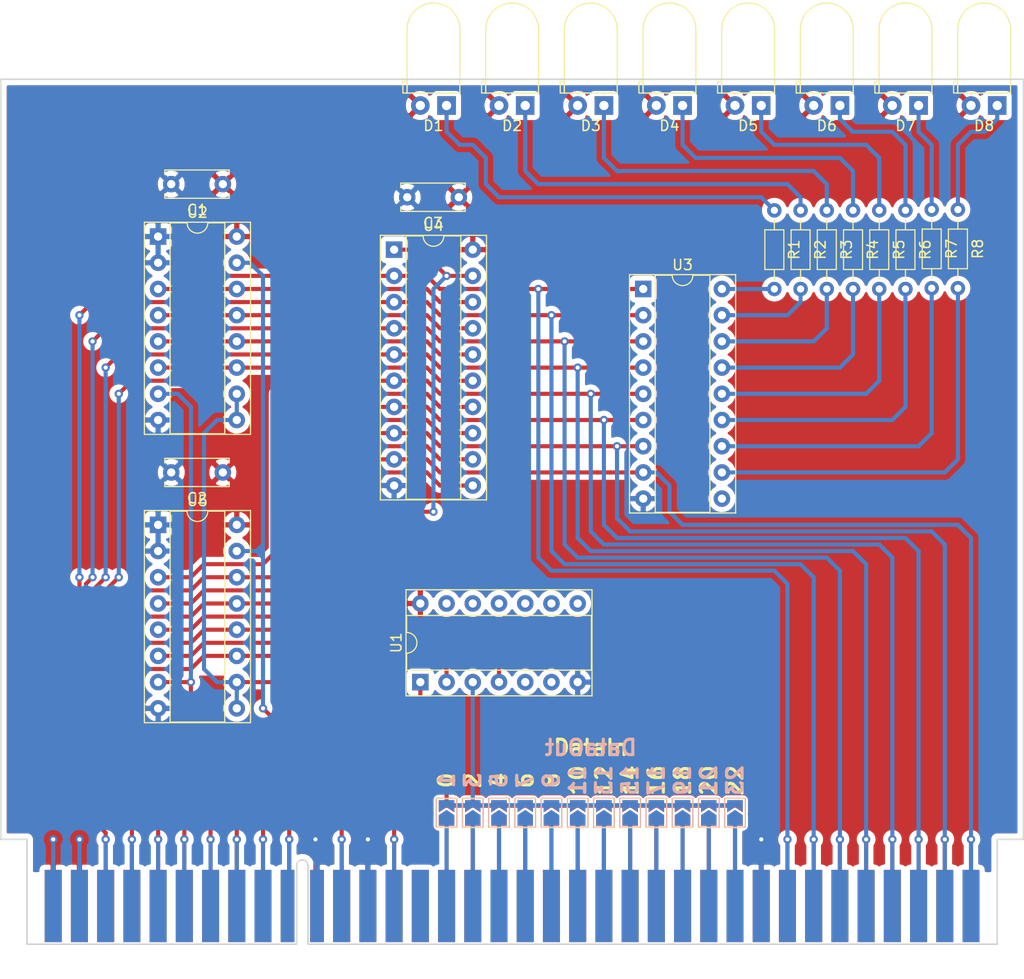
<source format=kicad_pcb>
(kicad_pcb (version 20171130) (host pcbnew "(5.1.5)-3")
  (layers (0 F.Cu signal) (31 B.Cu signal) (34 B.Paste user) (35 F.Paste user) (36 B.SilkS user) (37 F.SilkS user) (38 B.Mask user) (39 F.Mask user) (44 Edge.Cuts user))
  (net 0 "")
  (net 1 +5V)
  (net 2 "Net-(D1-Pad1)")
  (net 3 "Net-(D2-Pad1)")
  (net 4 "Net-(D3-Pad1)")
  (net 5 "Net-(D4-Pad1)")
  (net 6 "Net-(D5-Pad1)")
  (net 7 "Net-(D6-Pad1)")
  (net 8 "Net-(D7-Pad1)")
  (net 9 "Net-(D8-Pad1)")
  (net 10 /DataBus0)
  (net 11 /DataBus1)
  (net 12 /DataBus2)
  (net 13 /DataBus3)
  (net 14 /DataBus4)
  (net 15 /DataBus5)
  (net 16 /DataBus6)
  (net 17 /DataBus7)
  (net 18 GND)
  (net 19 Clock)
  (net 20 DataIn)
  (net 21 DataOut)
  (net 22 Reset)
  (net 23 /Value0)
  (net 24 /Value4)
  (net 25 /Value1)
  (net 26 /Value5)
  (net 27 /Value2)
  (net 28 /Value6)
  (net 29 /Value3)
  (net 30 /Value7)
  (net 31 /LED0)
  (net 32 /LED1)
  (net 33 /LED2)
  (net 34 /LED3)
  (net 35 /LED4)
  (net 36 /LED5)
  (net 37 /LED6)
  (net 38 /LED7)
  (net 39 "Net-(U1-Pad2)")
  (net 40 "Net-(U1-Pad4)")
  (net 41 "Net-(U3-Pad10)")
  (net 42 /Control1)
  (net 43 /Control3)
  (net 44 /Control5)
  (net 45 /Control7)
  (net 46 /Control9)
  (net 47 /Control11)
  (net 48 /Control13)
  (net 49 /Control15)
  (net 50 /Control17)
  (net 51 /Control19)
  (net 52 /Control21)
  (net 53 /Control23)
  (net 54 /Control22)
  (net 55 /Control20)
  (net 56 /Control18)
  (net 57 /Control16)
  (net 58 /Control14)
  (net 59 /Control12)
  (net 60 /Control10)
  (net 61 /Control8)
  (net 62 /Control6)
  (net 63 /Control4)
  (net 64 /Control2)
  (net 65 /Control0)
  (net 66 "Net-(J1-Pad58)")
  (net 67 "Net-(J1-Pad15)")
  (module LED_THT:LED_D5.0mm_Horizontal_O1.27mm_Z3.0mm (layer F.Cu) (at 109.22 104.14 180)
    (fp_text reference D3 (at 1.27 -1.96 180) (layer F.SilkS))
    (fp_text value LED)
    (pad 2 thru_hole circle (at 2.54 0 180) (size 1.8 1.8) (drill 0.9) (layers *.Cu *.Mask) (net 1 +5V))
    (pad 1 thru_hole rect (at 0 0 180) (size 1.8 1.8) (drill 0.9) (layers *.Cu *.Mask) (net 4 "Net-(D3-Pad1)"))
  )
  (module LED_THT:LED_D5.0mm_Horizontal_O1.27mm_Z3.0mm (layer F.Cu) (at 147.32 104.14 180)
    (fp_text reference D8 (at 1.27 -1.96 180) (layer F.SilkS))
    (fp_text value LED)
    (pad 2 thru_hole circle (at 2.54 0 180) (size 1.8 1.8) (drill 0.9) (layers *.Cu *.Mask) (net 1 +5V))
    (pad 1 thru_hole rect (at 0 0 180) (size 1.8 1.8) (drill 0.9) (layers *.Cu *.Mask) (net 9 "Net-(D8-Pad1)"))
  )
  (module LED_THT:LED_D5.0mm_Horizontal_O1.27mm_Z3.0mm (layer F.Cu) (at 132.08 104.14 180)
    (fp_text reference D6 (at 1.27 -1.96 180) (layer F.SilkS))
    (fp_text value LED)
    (pad 2 thru_hole circle (at 2.54 0 180) (size 1.8 1.8) (drill 0.9) (layers *.Cu *.Mask) (net 1 +5V))
    (pad 1 thru_hole rect (at 0 0 180) (size 1.8 1.8) (drill 0.9) (layers *.Cu *.Mask) (net 7 "Net-(D6-Pad1)"))
  )
  (module LED_THT:LED_D5.0mm_Horizontal_O1.27mm_Z3.0mm (layer F.Cu) (at 116.84 104.14 180)
    (fp_text reference D4 (at 1.27 -1.96 180) (layer F.SilkS))
    (fp_text value LED)
    (pad 2 thru_hole circle (at 2.54 0 180) (size 1.8 1.8) (drill 0.9) (layers *.Cu *.Mask) (net 1 +5V))
    (pad 1 thru_hole rect (at 0 0 180) (size 1.8 1.8) (drill 0.9) (layers *.Cu *.Mask) (net 5 "Net-(D4-Pad1)"))
  )
  (module LED_THT:LED_D5.0mm_Horizontal_O1.27mm_Z3.0mm (layer F.Cu) (at 93.98 104.14 180)
    (fp_text reference D1 (at 1.27 -1.96 180) (layer F.SilkS))
    (fp_text value LED)
    (pad 2 thru_hole circle (at 2.54 0 180) (size 1.8 1.8) (drill 0.9) (layers *.Cu *.Mask) (net 1 +5V))
    (pad 1 thru_hole rect (at 0 0 180) (size 1.8 1.8) (drill 0.9) (layers *.Cu *.Mask) (net 2 "Net-(D1-Pad1)"))
  )
  (module LED_THT:LED_D5.0mm_Horizontal_O1.27mm_Z3.0mm (layer F.Cu) (at 124.46 104.14 180)
    (fp_text reference D5 (at 1.27 -1.96 180) (layer F.SilkS))
    (fp_text value LED)
    (pad 2 thru_hole circle (at 2.54 0 180) (size 1.8 1.8) (drill 0.9) (layers *.Cu *.Mask) (net 1 +5V))
    (pad 1 thru_hole rect (at 0 0 180) (size 1.8 1.8) (drill 0.9) (layers *.Cu *.Mask) (net 6 "Net-(D5-Pad1)"))
  )
  (module LED_THT:LED_D5.0mm_Horizontal_O1.27mm_Z3.0mm (layer F.Cu) (at 139.7 104.14 180)
    (fp_text reference D7 (at 1.27 -1.96 180) (layer F.SilkS))
    (fp_text value LED)
    (pad 2 thru_hole circle (at 2.54 0 180) (size 1.8 1.8) (drill 0.9) (layers *.Cu *.Mask) (net 1 +5V))
    (pad 1 thru_hole rect (at 0 0 180) (size 1.8 1.8) (drill 0.9) (layers *.Cu *.Mask) (net 8 "Net-(D7-Pad1)"))
  )
  (module LED_THT:LED_D5.0mm_Horizontal_O1.27mm_Z3.0mm (layer F.Cu) (at 101.6 104.14 180)
    (fp_text reference D2 (at 1.27 -1.96 180) (layer F.SilkS))
    (fp_text value LED)
    (pad 2 thru_hole circle (at 2.54 0 180) (size 1.8 1.8) (drill 0.9) (layers *.Cu *.Mask) (net 1 +5V))
    (pad 1 thru_hole rect (at 0 0 180) (size 1.8 1.8) (drill 0.9) (layers *.Cu *.Mask) (net 3 "Net-(D2-Pad1)"))
  )
  (module Package_DIP:DIP-16_W7.62mm_Socket (layer F.Cu) (at 66.04 116.84)
    (fp_text reference U2 (at 3.81 -2.33) (layer F.SilkS))
    (fp_text value 74LS173)
    (pad 16 thru_hole oval (at 7.62 0) (size 1.6 1.6) (drill 0.8) (layers *.Cu *.Mask) (net 1 +5V))
    (pad 8 thru_hole oval (at 0 17.78) (size 1.6 1.6) (drill 0.8) (layers *.Cu *.Mask) (net 18 GND))
    (pad 15 thru_hole oval (at 7.62 2.54) (size 1.6 1.6) (drill 0.8) (layers *.Cu *.Mask) (net 22 Reset))
    (pad 7 thru_hole oval (at 0 15.24) (size 1.6 1.6) (drill 0.8) (layers *.Cu *.Mask) (net 19 Clock))
    (pad 14 thru_hole oval (at 7.62 5.08) (size 1.6 1.6) (drill 0.8) (layers *.Cu *.Mask) (net 10 /DataBus0))
    (pad 6 thru_hole oval (at 0 12.7) (size 1.6 1.6) (drill 0.8) (layers *.Cu *.Mask) (net 29 /Value3))
    (pad 13 thru_hole oval (at 7.62 7.62) (size 1.6 1.6) (drill 0.8) (layers *.Cu *.Mask) (net 11 /DataBus1))
    (pad 5 thru_hole oval (at 0 10.16) (size 1.6 1.6) (drill 0.8) (layers *.Cu *.Mask) (net 27 /Value2))
    (pad 12 thru_hole oval (at 7.62 10.16) (size 1.6 1.6) (drill 0.8) (layers *.Cu *.Mask) (net 12 /DataBus2))
    (pad 4 thru_hole oval (at 0 7.62) (size 1.6 1.6) (drill 0.8) (layers *.Cu *.Mask) (net 25 /Value1))
    (pad 11 thru_hole oval (at 7.62 12.7) (size 1.6 1.6) (drill 0.8) (layers *.Cu *.Mask) (net 13 /DataBus3))
    (pad 3 thru_hole oval (at 0 5.08) (size 1.6 1.6) (drill 0.8) (layers *.Cu *.Mask) (net 23 /Value0))
    (pad 10 thru_hole oval (at 7.62 15.24) (size 1.6 1.6) (drill 0.8) (layers *.Cu *.Mask) (net 39 "Net-(U1-Pad2)"))
    (pad 2 thru_hole oval (at 0 2.54) (size 1.6 1.6) (drill 0.8) (layers *.Cu *.Mask) (net 18 GND))
    (pad 9 thru_hole oval (at 7.62 17.78) (size 1.6 1.6) (drill 0.8) (layers *.Cu *.Mask) (net 39 "Net-(U1-Pad2)"))
    (pad 1 thru_hole rect (at 0 0) (size 1.6 1.6) (drill 0.8) (layers *.Cu *.Mask) (net 18 GND))
  )
  (module Package_DIP:DIP-16_W7.62mm_Socket (layer F.Cu) (at 66.04 144.78)
    (fp_text reference U5 (at 3.81 -2.33) (layer F.SilkS))
    (fp_text value 74LS173)
    (pad 16 thru_hole oval (at 7.62 0) (size 1.6 1.6) (drill 0.8) (layers *.Cu *.Mask) (net 1 +5V))
    (pad 8 thru_hole oval (at 0 17.78) (size 1.6 1.6) (drill 0.8) (layers *.Cu *.Mask) (net 18 GND))
    (pad 15 thru_hole oval (at 7.62 2.54) (size 1.6 1.6) (drill 0.8) (layers *.Cu *.Mask) (net 22 Reset))
    (pad 7 thru_hole oval (at 0 15.24) (size 1.6 1.6) (drill 0.8) (layers *.Cu *.Mask) (net 19 Clock))
    (pad 14 thru_hole oval (at 7.62 5.08) (size 1.6 1.6) (drill 0.8) (layers *.Cu *.Mask) (net 14 /DataBus4))
    (pad 6 thru_hole oval (at 0 12.7) (size 1.6 1.6) (drill 0.8) (layers *.Cu *.Mask) (net 30 /Value7))
    (pad 13 thru_hole oval (at 7.62 7.62) (size 1.6 1.6) (drill 0.8) (layers *.Cu *.Mask) (net 15 /DataBus5))
    (pad 5 thru_hole oval (at 0 10.16) (size 1.6 1.6) (drill 0.8) (layers *.Cu *.Mask) (net 28 /Value6))
    (pad 12 thru_hole oval (at 7.62 10.16) (size 1.6 1.6) (drill 0.8) (layers *.Cu *.Mask) (net 16 /DataBus6))
    (pad 4 thru_hole oval (at 0 7.62) (size 1.6 1.6) (drill 0.8) (layers *.Cu *.Mask) (net 26 /Value5))
    (pad 11 thru_hole oval (at 7.62 12.7) (size 1.6 1.6) (drill 0.8) (layers *.Cu *.Mask) (net 17 /DataBus7))
    (pad 3 thru_hole oval (at 0 5.08) (size 1.6 1.6) (drill 0.8) (layers *.Cu *.Mask) (net 24 /Value4))
    (pad 10 thru_hole oval (at 7.62 15.24) (size 1.6 1.6) (drill 0.8) (layers *.Cu *.Mask) (net 39 "Net-(U1-Pad2)"))
    (pad 2 thru_hole oval (at 0 2.54) (size 1.6 1.6) (drill 0.8) (layers *.Cu *.Mask) (net 18 GND))
    (pad 9 thru_hole oval (at 7.62 17.78) (size 1.6 1.6) (drill 0.8) (layers *.Cu *.Mask) (net 39 "Net-(U1-Pad2)"))
    (pad 1 thru_hole rect (at 0 0) (size 1.6 1.6) (drill 0.8) (layers *.Cu *.Mask) (net 18 GND))
  )
  (module Package_DIP:DIP-20_W7.62mm_Socket (layer F.Cu) (at 88.9 118.11)
    (fp_text reference U4 (at 3.81 -2.33) (layer F.SilkS))
    (fp_text value 74LS541)
    (pad 20 thru_hole oval (at 7.62 0) (size 1.6 1.6) (drill 0.8) (layers *.Cu *.Mask) (net 1 +5V))
    (pad 10 thru_hole oval (at 0 22.86) (size 1.6 1.6) (drill 0.8) (layers *.Cu *.Mask) (net 18 GND))
    (pad 19 thru_hole oval (at 7.62 2.54) (size 1.6 1.6) (drill 0.8) (layers *.Cu *.Mask) (net 40 "Net-(U1-Pad4)"))
    (pad 9 thru_hole oval (at 0 20.32) (size 1.6 1.6) (drill 0.8) (layers *.Cu *.Mask) (net 30 /Value7))
    (pad 18 thru_hole oval (at 7.62 5.08) (size 1.6 1.6) (drill 0.8) (layers *.Cu *.Mask) (net 10 /DataBus0))
    (pad 8 thru_hole oval (at 0 17.78) (size 1.6 1.6) (drill 0.8) (layers *.Cu *.Mask) (net 28 /Value6))
    (pad 17 thru_hole oval (at 7.62 7.62) (size 1.6 1.6) (drill 0.8) (layers *.Cu *.Mask) (net 11 /DataBus1))
    (pad 7 thru_hole oval (at 0 15.24) (size 1.6 1.6) (drill 0.8) (layers *.Cu *.Mask) (net 26 /Value5))
    (pad 16 thru_hole oval (at 7.62 10.16) (size 1.6 1.6) (drill 0.8) (layers *.Cu *.Mask) (net 12 /DataBus2))
    (pad 6 thru_hole oval (at 0 12.7) (size 1.6 1.6) (drill 0.8) (layers *.Cu *.Mask) (net 24 /Value4))
    (pad 15 thru_hole oval (at 7.62 12.7) (size 1.6 1.6) (drill 0.8) (layers *.Cu *.Mask) (net 13 /DataBus3))
    (pad 5 thru_hole oval (at 0 10.16) (size 1.6 1.6) (drill 0.8) (layers *.Cu *.Mask) (net 29 /Value3))
    (pad 14 thru_hole oval (at 7.62 15.24) (size 1.6 1.6) (drill 0.8) (layers *.Cu *.Mask) (net 14 /DataBus4))
    (pad 4 thru_hole oval (at 0 7.62) (size 1.6 1.6) (drill 0.8) (layers *.Cu *.Mask) (net 27 /Value2))
    (pad 13 thru_hole oval (at 7.62 17.78) (size 1.6 1.6) (drill 0.8) (layers *.Cu *.Mask) (net 15 /DataBus5))
    (pad 3 thru_hole oval (at 0 5.08) (size 1.6 1.6) (drill 0.8) (layers *.Cu *.Mask) (net 25 /Value1))
    (pad 12 thru_hole oval (at 7.62 20.32) (size 1.6 1.6) (drill 0.8) (layers *.Cu *.Mask) (net 16 /DataBus6))
    (pad 2 thru_hole oval (at 0 2.54) (size 1.6 1.6) (drill 0.8) (layers *.Cu *.Mask) (net 23 /Value0))
    (pad 11 thru_hole oval (at 7.62 22.86) (size 1.6 1.6) (drill 0.8) (layers *.Cu *.Mask) (net 17 /DataBus7))
    (pad 1 thru_hole rect (at 0 0) (size 1.6 1.6) (drill 0.8) (layers *.Cu *.Mask) (net 40 "Net-(U1-Pad4)"))
  )
  (module Resistor_THT:R_Axial_DIN0204_L3.6mm_D1.6mm_P7.62mm_Horizontal (layer F.Cu) (at 125.73 114.3 270)
    (fp_text reference R1 (at 3.81 -1.92 270) (layer F.SilkS))
    (fp_text value 330R)
    (pad 2 thru_hole oval (at 7.62 0 270) (size 1.4 1.4) (drill 0.7) (layers *.Cu *.Mask) (net 31 /LED0))
    (pad 1 thru_hole circle (at 0 0 270) (size 1.4 1.4) (drill 0.7) (layers *.Cu *.Mask) (net 2 "Net-(D1-Pad1)"))
  )
  (module Resistor_THT:R_Axial_DIN0204_L3.6mm_D1.6mm_P7.62mm_Horizontal (layer F.Cu) (at 128.27 114.3 270)
    (fp_text reference R2 (at 3.81 -1.92 270) (layer F.SilkS))
    (fp_text value 330R)
    (pad 2 thru_hole oval (at 7.62 0 270) (size 1.4 1.4) (drill 0.7) (layers *.Cu *.Mask) (net 32 /LED1))
    (pad 1 thru_hole circle (at 0 0 270) (size 1.4 1.4) (drill 0.7) (layers *.Cu *.Mask) (net 3 "Net-(D2-Pad1)"))
  )
  (module Resistor_THT:R_Axial_DIN0204_L3.6mm_D1.6mm_P7.62mm_Horizontal (layer F.Cu) (at 130.81 114.3 270)
    (fp_text reference R3 (at 3.81 -1.92 270) (layer F.SilkS))
    (fp_text value 330R)
    (pad 2 thru_hole oval (at 7.62 0 270) (size 1.4 1.4) (drill 0.7) (layers *.Cu *.Mask) (net 33 /LED2))
    (pad 1 thru_hole circle (at 0 0 270) (size 1.4 1.4) (drill 0.7) (layers *.Cu *.Mask) (net 4 "Net-(D3-Pad1)"))
  )
  (module Resistor_THT:R_Axial_DIN0204_L3.6mm_D1.6mm_P7.62mm_Horizontal (layer F.Cu) (at 133.35 114.3 270)
    (fp_text reference R4 (at 3.81 -1.92 270) (layer F.SilkS))
    (fp_text value 330R)
    (pad 2 thru_hole oval (at 7.62 0 270) (size 1.4 1.4) (drill 0.7) (layers *.Cu *.Mask) (net 34 /LED3))
    (pad 1 thru_hole circle (at 0 0 270) (size 1.4 1.4) (drill 0.7) (layers *.Cu *.Mask) (net 5 "Net-(D4-Pad1)"))
  )
  (module Resistor_THT:R_Axial_DIN0204_L3.6mm_D1.6mm_P7.62mm_Horizontal (layer F.Cu) (at 135.89 114.3 270)
    (fp_text reference R5 (at 3.81 -1.92 270) (layer F.SilkS))
    (fp_text value 330R)
    (pad 2 thru_hole oval (at 7.62 0 270) (size 1.4 1.4) (drill 0.7) (layers *.Cu *.Mask) (net 35 /LED4))
    (pad 1 thru_hole circle (at 0 0 270) (size 1.4 1.4) (drill 0.7) (layers *.Cu *.Mask) (net 6 "Net-(D5-Pad1)"))
  )
  (module Resistor_THT:R_Axial_DIN0204_L3.6mm_D1.6mm_P7.62mm_Horizontal (layer F.Cu) (at 138.43 114.3 270)
    (fp_text reference R6 (at 3.81 -1.92 270) (layer F.SilkS))
    (fp_text value 330R)
    (pad 2 thru_hole oval (at 7.62 0 270) (size 1.4 1.4) (drill 0.7) (layers *.Cu *.Mask) (net 36 /LED5))
    (pad 1 thru_hole circle (at 0 0 270) (size 1.4 1.4) (drill 0.7) (layers *.Cu *.Mask) (net 7 "Net-(D6-Pad1)"))
  )
  (module Resistor_THT:R_Axial_DIN0204_L3.6mm_D1.6mm_P7.62mm_Horizontal (layer F.Cu) (at 140.97 114.225349 270)
    (fp_text reference R7 (at 3.81 -1.92 270) (layer F.SilkS))
    (fp_text value 330R)
    (pad 2 thru_hole oval (at 7.62 0 270) (size 1.4 1.4) (drill 0.7) (layers *.Cu *.Mask) (net 37 /LED6))
    (pad 1 thru_hole circle (at 0 0 270) (size 1.4 1.4) (drill 0.7) (layers *.Cu *.Mask) (net 8 "Net-(D7-Pad1)"))
  )
  (module Resistor_THT:R_Axial_DIN0204_L3.6mm_D1.6mm_P7.62mm_Horizontal (layer F.Cu) (at 143.51 114.225349 270)
    (fp_text reference R8 (at 3.81 -1.92 270) (layer F.SilkS))
    (fp_text value 330R)
    (pad 2 thru_hole oval (at 7.62 0 270) (size 1.4 1.4) (drill 0.7) (layers *.Cu *.Mask) (net 38 /LED7))
    (pad 1 thru_hole circle (at 0 0 270) (size 1.4 1.4) (drill 0.7) (layers *.Cu *.Mask) (net 9 "Net-(D8-Pad1)"))
  )
  (module Package_DIP:DIP-18_W7.62mm_Socket (layer F.Cu) (at 113.03 121.92)
    (fp_text reference U3 (at 3.81 -2.33) (layer F.SilkS))
    (fp_text value ULN2803A)
    (pad 18 thru_hole oval (at 7.62 0) (size 1.6 1.6) (drill 0.8) (layers *.Cu *.Mask) (net 31 /LED0))
    (pad 9 thru_hole oval (at 0 20.32) (size 1.6 1.6) (drill 0.8) (layers *.Cu *.Mask) (net 18 GND))
    (pad 17 thru_hole oval (at 7.62 2.54) (size 1.6 1.6) (drill 0.8) (layers *.Cu *.Mask) (net 32 /LED1))
    (pad 8 thru_hole oval (at 0 17.78) (size 1.6 1.6) (drill 0.8) (layers *.Cu *.Mask) (net 30 /Value7))
    (pad 16 thru_hole oval (at 7.62 5.08) (size 1.6 1.6) (drill 0.8) (layers *.Cu *.Mask) (net 33 /LED2))
    (pad 7 thru_hole oval (at 0 15.24) (size 1.6 1.6) (drill 0.8) (layers *.Cu *.Mask) (net 28 /Value6))
    (pad 15 thru_hole oval (at 7.62 7.62) (size 1.6 1.6) (drill 0.8) (layers *.Cu *.Mask) (net 34 /LED3))
    (pad 6 thru_hole oval (at 0 12.7) (size 1.6 1.6) (drill 0.8) (layers *.Cu *.Mask) (net 26 /Value5))
    (pad 14 thru_hole oval (at 7.62 10.16) (size 1.6 1.6) (drill 0.8) (layers *.Cu *.Mask) (net 35 /LED4))
    (pad 5 thru_hole oval (at 0 10.16) (size 1.6 1.6) (drill 0.8) (layers *.Cu *.Mask) (net 24 /Value4))
    (pad 13 thru_hole oval (at 7.62 12.7) (size 1.6 1.6) (drill 0.8) (layers *.Cu *.Mask) (net 36 /LED5))
    (pad 4 thru_hole oval (at 0 7.62) (size 1.6 1.6) (drill 0.8) (layers *.Cu *.Mask) (net 29 /Value3))
    (pad 12 thru_hole oval (at 7.62 15.24) (size 1.6 1.6) (drill 0.8) (layers *.Cu *.Mask) (net 37 /LED6))
    (pad 3 thru_hole oval (at 0 5.08) (size 1.6 1.6) (drill 0.8) (layers *.Cu *.Mask) (net 27 /Value2))
    (pad 11 thru_hole oval (at 7.62 17.78) (size 1.6 1.6) (drill 0.8) (layers *.Cu *.Mask) (net 38 /LED7))
    (pad 2 thru_hole oval (at 0 2.54) (size 1.6 1.6) (drill 0.8) (layers *.Cu *.Mask) (net 25 /Value1))
    (pad 10 thru_hole oval (at 7.62 20.32) (size 1.6 1.6) (drill 0.8) (layers *.Cu *.Mask) (net 41 "Net-(U3-Pad10)"))
    (pad 1 thru_hole rect (at 0 0) (size 1.6 1.6) (drill 0.8) (layers *.Cu *.Mask) (net 23 /Value0))
  )
  (module Capacitor_THT:C_Disc_D6.0mm_W2.5mm_P5.00mm (layer F.Cu) (at 72.31 111.76 180)
    (fp_text reference C1 (at 2.5 -2.5 180) (layer F.SilkS))
    (fp_text value 0.1uF)
    (pad 2 thru_hole circle (at 5 0 180) (size 1.6 1.6) (drill 0.8) (layers *.Cu *.Mask) (net 18 GND))
    (pad 1 thru_hole circle (at 0 0 180) (size 1.6 1.6) (drill 0.8) (layers *.Cu *.Mask) (net 1 +5V))
  )
  (module Capacitor_THT:C_Disc_D6.0mm_W2.5mm_P5.00mm (layer F.Cu) (at 72.31 139.7 180)
    (fp_text reference C2 (at 2.5 -2.5 180) (layer F.SilkS))
    (fp_text value 0.1uF)
    (pad 2 thru_hole circle (at 5 0 180) (size 1.6 1.6) (drill 0.8) (layers *.Cu *.Mask) (net 18 GND))
    (pad 1 thru_hole circle (at 0 0 180) (size 1.6 1.6) (drill 0.8) (layers *.Cu *.Mask) (net 1 +5V))
  )
  (module Capacitor_THT:C_Disc_D6.0mm_W2.5mm_P5.00mm (layer F.Cu) (at 95.17 113.03 180)
    (fp_text reference C3 (at 2.5 -2.5 180) (layer F.SilkS))
    (fp_text value 0.1uF)
    (pad 2 thru_hole circle (at 5 0 180) (size 1.6 1.6) (drill 0.8) (layers *.Cu *.Mask) (net 18 GND))
    (pad 1 thru_hole circle (at 0 0 180) (size 1.6 1.6) (drill 0.8) (layers *.Cu *.Mask) (net 1 +5V))
  )
  (module Package_DIP:DIP-14_W7.62mm_Socket (layer F.Cu) (at 91.44 160.02 90)
    (fp_text reference U1 (at 3.81 -2.33 90) (layer F.SilkS))
    (fp_text value 74LS14)
    (pad 14 thru_hole oval (at 7.62 0 90) (size 1.6 1.6) (drill 0.8) (layers *.Cu *.Mask) (net 1 +5V))
    (pad 7 thru_hole oval (at 0 15.24 90) (size 1.6 1.6) (drill 0.8) (layers *.Cu *.Mask) (net 18 GND))
    (pad 13 thru_hole oval (at 7.62 2.54 90) (size 1.6 1.6) (drill 0.8) (layers *.Cu *.Mask))
    (pad 6 thru_hole oval (at 0 12.7 90) (size 1.6 1.6) (drill 0.8) (layers *.Cu *.Mask))
    (pad 12 thru_hole oval (at 7.62 5.08 90) (size 1.6 1.6) (drill 0.8) (layers *.Cu *.Mask))
    (pad 5 thru_hole oval (at 0 10.16 90) (size 1.6 1.6) (drill 0.8) (layers *.Cu *.Mask))
    (pad 11 thru_hole oval (at 7.62 7.62 90) (size 1.6 1.6) (drill 0.8) (layers *.Cu *.Mask))
    (pad 4 thru_hole oval (at 0 7.62 90) (size 1.6 1.6) (drill 0.8) (layers *.Cu *.Mask) (net 40 "Net-(U1-Pad4)"))
    (pad 10 thru_hole oval (at 7.62 10.16 90) (size 1.6 1.6) (drill 0.8) (layers *.Cu *.Mask))
    (pad 3 thru_hole oval (at 0 5.08 90) (size 1.6 1.6) (drill 0.8) (layers *.Cu *.Mask) (net 21 DataOut))
    (pad 9 thru_hole oval (at 7.62 12.7 90) (size 1.6 1.6) (drill 0.8) (layers *.Cu *.Mask))
    (pad 2 thru_hole oval (at 0 2.54 90) (size 1.6 1.6) (drill 0.8) (layers *.Cu *.Mask) (net 39 "Net-(U1-Pad2)"))
    (pad 8 thru_hole oval (at 7.62 15.24 90) (size 1.6 1.6) (drill 0.8) (layers *.Cu *.Mask))
    (pad 1 thru_hole rect (at 0 0 90) (size 1.6 1.6) (drill 0.8) (layers *.Cu *.Mask) (net 20 DataIn))
  )
  (module Jumper:SolderJumper-2_P1.3mm_Open_TrianglePad1.0x1.5mm (layer F.Cu) (at 93.98 172.72 90)
    (fp_text reference JP1 hide)
    (fp_text value SolderJumper_2_Open)
    (pad 1 smd custom (at -0.725 0 90) (size 0.3 0.3) (layers F.Cu F.Mask) (net 65 /Control0) (options (clearance outline) (anchor rect)) (primitives (gr_poly (pts (xy -0.5 -0.75) (xy 0.5 -0.75) (xy 1 0) (xy 0.5 0.75) (xy -0.5 0.75)) (width 0))))
    (pad 2 smd custom (at 0.725 0 90) (size 0.3 0.3) (layers F.Cu F.Mask) (net 20 DataIn) (options (clearance outline) (anchor rect)) (primitives (gr_poly (pts (xy -0.65 -0.75) (xy 0.5 -0.75) (xy 0.5 0.75) (xy -0.65 0.75) (xy -0.15 0)) (width 0))))
  )
  (module Jumper:SolderJumper-2_P1.3mm_Open_TrianglePad1.0x1.5mm (layer B.Cu) (at 93.98 172.673907 90)
    (fp_text reference JP2 hide)
    (fp_text value SolderJumper_2_Open)
    (pad 1 smd custom (at -0.725 0 90) (size 0.3 0.3) (layers B.Cu B.Mask) (net 42 /Control1) (options (clearance outline) (anchor rect)) (primitives (gr_poly (pts (xy -0.5 0.75) (xy 0.5 0.75) (xy 1 0) (xy 0.5 -0.75) (xy -0.5 -0.75)) (width 0))))
    (pad 2 smd custom (at 0.725 0 90) (size 0.3 0.3) (layers B.Cu B.Mask) (net 21 DataOut) (options (clearance outline) (anchor rect)) (primitives (gr_poly (pts (xy -0.65 0.75) (xy 0.5 0.75) (xy 0.5 -0.75) (xy -0.65 -0.75) (xy -0.15 0)) (width 0))))
  )
  (module Jumper:SolderJumper-2_P1.3mm_Open_TrianglePad1.0x1.5mm (layer F.Cu) (at 96.52 172.72 90)
    (fp_text reference JP3 hide)
    (fp_text value SolderJumper_2_Open)
    (pad 1 smd custom (at -0.725 0 90) (size 0.3 0.3) (layers F.Cu F.Mask) (net 64 /Control2) (options (clearance outline) (anchor rect)) (primitives (gr_poly (pts (xy -0.5 -0.75) (xy 0.5 -0.75) (xy 1 0) (xy 0.5 0.75) (xy -0.5 0.75)) (width 0))))
    (pad 2 smd custom (at 0.725 0 90) (size 0.3 0.3) (layers F.Cu F.Mask) (net 20 DataIn) (options (clearance outline) (anchor rect)) (primitives (gr_poly (pts (xy -0.65 -0.75) (xy 0.5 -0.75) (xy 0.5 0.75) (xy -0.65 0.75) (xy -0.15 0)) (width 0))))
  )
  (module Jumper:SolderJumper-2_P1.3mm_Open_TrianglePad1.0x1.5mm (layer B.Cu) (at 96.52 172.673907 90)
    (fp_text reference JP4 hide)
    (fp_text value SolderJumper_2_Open)
    (pad 1 smd custom (at -0.725 0 90) (size 0.3 0.3) (layers B.Cu B.Mask) (net 43 /Control3) (options (clearance outline) (anchor rect)) (primitives (gr_poly (pts (xy -0.5 0.75) (xy 0.5 0.75) (xy 1 0) (xy 0.5 -0.75) (xy -0.5 -0.75)) (width 0))))
    (pad 2 smd custom (at 0.725 0 90) (size 0.3 0.3) (layers B.Cu B.Mask) (net 21 DataOut) (options (clearance outline) (anchor rect)) (primitives (gr_poly (pts (xy -0.65 0.75) (xy 0.5 0.75) (xy 0.5 -0.75) (xy -0.65 -0.75) (xy -0.15 0)) (width 0))))
  )
  (module Jumper:SolderJumper-2_P1.3mm_Open_TrianglePad1.0x1.5mm (layer F.Cu) (at 99.06 172.72 90)
    (fp_text reference JP5 hide)
    (fp_text value SolderJumper_2_Open)
    (pad 1 smd custom (at -0.725 0 90) (size 0.3 0.3) (layers F.Cu F.Mask) (net 63 /Control4) (options (clearance outline) (anchor rect)) (primitives (gr_poly (pts (xy -0.5 -0.75) (xy 0.5 -0.75) (xy 1 0) (xy 0.5 0.75) (xy -0.5 0.75)) (width 0))))
    (pad 2 smd custom (at 0.725 0 90) (size 0.3 0.3) (layers F.Cu F.Mask) (net 20 DataIn) (options (clearance outline) (anchor rect)) (primitives (gr_poly (pts (xy -0.65 -0.75) (xy 0.5 -0.75) (xy 0.5 0.75) (xy -0.65 0.75) (xy -0.15 0)) (width 0))))
  )
  (module Jumper:SolderJumper-2_P1.3mm_Open_TrianglePad1.0x1.5mm (layer B.Cu) (at 99.06 172.673907 90)
    (fp_text reference JP6 hide)
    (fp_text value SolderJumper_2_Open)
    (pad 1 smd custom (at -0.725 0 90) (size 0.3 0.3) (layers B.Cu B.Mask) (net 44 /Control5) (options (clearance outline) (anchor rect)) (primitives (gr_poly (pts (xy -0.5 0.75) (xy 0.5 0.75) (xy 1 0) (xy 0.5 -0.75) (xy -0.5 -0.75)) (width 0))))
    (pad 2 smd custom (at 0.725 0 90) (size 0.3 0.3) (layers B.Cu B.Mask) (net 21 DataOut) (options (clearance outline) (anchor rect)) (primitives (gr_poly (pts (xy -0.65 0.75) (xy 0.5 0.75) (xy 0.5 -0.75) (xy -0.65 -0.75) (xy -0.15 0)) (width 0))))
  )
  (module Jumper:SolderJumper-2_P1.3mm_Open_TrianglePad1.0x1.5mm (layer F.Cu) (at 101.6 172.72 90)
    (fp_text reference JP7 hide)
    (fp_text value SolderJumper_2_Open)
    (pad 1 smd custom (at -0.725 0 90) (size 0.3 0.3) (layers F.Cu F.Mask) (net 62 /Control6) (options (clearance outline) (anchor rect)) (primitives (gr_poly (pts (xy -0.5 -0.75) (xy 0.5 -0.75) (xy 1 0) (xy 0.5 0.75) (xy -0.5 0.75)) (width 0))))
    (pad 2 smd custom (at 0.725 0 90) (size 0.3 0.3) (layers F.Cu F.Mask) (net 20 DataIn) (options (clearance outline) (anchor rect)) (primitives (gr_poly (pts (xy -0.65 -0.75) (xy 0.5 -0.75) (xy 0.5 0.75) (xy -0.65 0.75) (xy -0.15 0)) (width 0))))
  )
  (module Jumper:SolderJumper-2_P1.3mm_Open_TrianglePad1.0x1.5mm (layer B.Cu) (at 101.6 172.673907 90)
    (fp_text reference JP8 hide)
    (fp_text value SolderJumper_2_Open)
    (pad 1 smd custom (at -0.725 0 90) (size 0.3 0.3) (layers B.Cu B.Mask) (net 45 /Control7) (options (clearance outline) (anchor rect)) (primitives (gr_poly (pts (xy -0.5 0.75) (xy 0.5 0.75) (xy 1 0) (xy 0.5 -0.75) (xy -0.5 -0.75)) (width 0))))
    (pad 2 smd custom (at 0.725 0 90) (size 0.3 0.3) (layers B.Cu B.Mask) (net 21 DataOut) (options (clearance outline) (anchor rect)) (primitives (gr_poly (pts (xy -0.65 0.75) (xy 0.5 0.75) (xy 0.5 -0.75) (xy -0.65 -0.75) (xy -0.15 0)) (width 0))))
  )
  (module Jumper:SolderJumper-2_P1.3mm_Open_TrianglePad1.0x1.5mm (layer F.Cu) (at 104.14 172.72 90)
    (fp_text reference JP9 hide)
    (fp_text value SolderJumper_2_Open)
    (pad 1 smd custom (at -0.725 0 90) (size 0.3 0.3) (layers F.Cu F.Mask) (net 61 /Control8) (options (clearance outline) (anchor rect)) (primitives (gr_poly (pts (xy -0.5 -0.75) (xy 0.5 -0.75) (xy 1 0) (xy 0.5 0.75) (xy -0.5 0.75)) (width 0))))
    (pad 2 smd custom (at 0.725 0 90) (size 0.3 0.3) (layers F.Cu F.Mask) (net 20 DataIn) (options (clearance outline) (anchor rect)) (primitives (gr_poly (pts (xy -0.65 -0.75) (xy 0.5 -0.75) (xy 0.5 0.75) (xy -0.65 0.75) (xy -0.15 0)) (width 0))))
  )
  (module Jumper:SolderJumper-2_P1.3mm_Open_TrianglePad1.0x1.5mm (layer B.Cu) (at 104.14 172.673907 90)
    (fp_text reference JP10 hide)
    (fp_text value SolderJumper_2_Open)
    (pad 1 smd custom (at -0.725 0 90) (size 0.3 0.3) (layers B.Cu B.Mask) (net 46 /Control9) (options (clearance outline) (anchor rect)) (primitives (gr_poly (pts (xy -0.5 0.75) (xy 0.5 0.75) (xy 1 0) (xy 0.5 -0.75) (xy -0.5 -0.75)) (width 0))))
    (pad 2 smd custom (at 0.725 0 90) (size 0.3 0.3) (layers B.Cu B.Mask) (net 21 DataOut) (options (clearance outline) (anchor rect)) (primitives (gr_poly (pts (xy -0.65 0.75) (xy 0.5 0.75) (xy 0.5 -0.75) (xy -0.65 -0.75) (xy -0.15 0)) (width 0))))
  )
  (module Jumper:SolderJumper-2_P1.3mm_Open_TrianglePad1.0x1.5mm (layer F.Cu) (at 106.68 172.72 90)
    (fp_text reference JP11 hide)
    (fp_text value SolderJumper_2_Open)
    (pad 1 smd custom (at -0.725 0 90) (size 0.3 0.3) (layers F.Cu F.Mask) (net 60 /Control10) (options (clearance outline) (anchor rect)) (primitives (gr_poly (pts (xy -0.5 -0.75) (xy 0.5 -0.75) (xy 1 0) (xy 0.5 0.75) (xy -0.5 0.75)) (width 0))))
    (pad 2 smd custom (at 0.725 0 90) (size 0.3 0.3) (layers F.Cu F.Mask) (net 20 DataIn) (options (clearance outline) (anchor rect)) (primitives (gr_poly (pts (xy -0.65 -0.75) (xy 0.5 -0.75) (xy 0.5 0.75) (xy -0.65 0.75) (xy -0.15 0)) (width 0))))
  )
  (module Jumper:SolderJumper-2_P1.3mm_Open_TrianglePad1.0x1.5mm (layer B.Cu) (at 106.68 172.673907 90)
    (fp_text reference JP12 hide)
    (fp_text value SolderJumper_2_Open)
    (pad 1 smd custom (at -0.725 0 90) (size 0.3 0.3) (layers B.Cu B.Mask) (net 47 /Control11) (options (clearance outline) (anchor rect)) (primitives (gr_poly (pts (xy -0.5 0.75) (xy 0.5 0.75) (xy 1 0) (xy 0.5 -0.75) (xy -0.5 -0.75)) (width 0))))
    (pad 2 smd custom (at 0.725 0 90) (size 0.3 0.3) (layers B.Cu B.Mask) (net 21 DataOut) (options (clearance outline) (anchor rect)) (primitives (gr_poly (pts (xy -0.65 0.75) (xy 0.5 0.75) (xy 0.5 -0.75) (xy -0.65 -0.75) (xy -0.15 0)) (width 0))))
  )
  (module Jumper:SolderJumper-2_P1.3mm_Open_TrianglePad1.0x1.5mm (layer F.Cu) (at 109.22 172.72 90)
    (fp_text reference JP13 hide)
    (fp_text value SolderJumper_2_Open)
    (pad 1 smd custom (at -0.725 0 90) (size 0.3 0.3) (layers F.Cu F.Mask) (net 59 /Control12) (options (clearance outline) (anchor rect)) (primitives (gr_poly (pts (xy -0.5 -0.75) (xy 0.5 -0.75) (xy 1 0) (xy 0.5 0.75) (xy -0.5 0.75)) (width 0))))
    (pad 2 smd custom (at 0.725 0 90) (size 0.3 0.3) (layers F.Cu F.Mask) (net 20 DataIn) (options (clearance outline) (anchor rect)) (primitives (gr_poly (pts (xy -0.65 -0.75) (xy 0.5 -0.75) (xy 0.5 0.75) (xy -0.65 0.75) (xy -0.15 0)) (width 0))))
  )
  (module Jumper:SolderJumper-2_P1.3mm_Open_TrianglePad1.0x1.5mm (layer B.Cu) (at 109.22 172.673907 90)
    (fp_text reference JP14 hide)
    (fp_text value SolderJumper_2_Open)
    (pad 1 smd custom (at -0.725 0 90) (size 0.3 0.3) (layers B.Cu B.Mask) (net 48 /Control13) (options (clearance outline) (anchor rect)) (primitives (gr_poly (pts (xy -0.5 0.75) (xy 0.5 0.75) (xy 1 0) (xy 0.5 -0.75) (xy -0.5 -0.75)) (width 0))))
    (pad 2 smd custom (at 0.725 0 90) (size 0.3 0.3) (layers B.Cu B.Mask) (net 21 DataOut) (options (clearance outline) (anchor rect)) (primitives (gr_poly (pts (xy -0.65 0.75) (xy 0.5 0.75) (xy 0.5 -0.75) (xy -0.65 -0.75) (xy -0.15 0)) (width 0))))
  )
  (module Jumper:SolderJumper-2_P1.3mm_Open_TrianglePad1.0x1.5mm (layer F.Cu) (at 111.76 172.72 90)
    (fp_text reference JP15 hide)
    (fp_text value SolderJumper_2_Open)
    (pad 1 smd custom (at -0.725 0 90) (size 0.3 0.3) (layers F.Cu F.Mask) (net 58 /Control14) (options (clearance outline) (anchor rect)) (primitives (gr_poly (pts (xy -0.5 -0.75) (xy 0.5 -0.75) (xy 1 0) (xy 0.5 0.75) (xy -0.5 0.75)) (width 0))))
    (pad 2 smd custom (at 0.725 0 90) (size 0.3 0.3) (layers F.Cu F.Mask) (net 20 DataIn) (options (clearance outline) (anchor rect)) (primitives (gr_poly (pts (xy -0.65 -0.75) (xy 0.5 -0.75) (xy 0.5 0.75) (xy -0.65 0.75) (xy -0.15 0)) (width 0))))
  )
  (module Jumper:SolderJumper-2_P1.3mm_Open_TrianglePad1.0x1.5mm (layer B.Cu) (at 111.76 172.673907 90)
    (fp_text reference JP16 hide)
    (fp_text value SolderJumper_2_Open)
    (pad 1 smd custom (at -0.725 0 90) (size 0.3 0.3) (layers B.Cu B.Mask) (net 49 /Control15) (options (clearance outline) (anchor rect)) (primitives (gr_poly (pts (xy -0.5 0.75) (xy 0.5 0.75) (xy 1 0) (xy 0.5 -0.75) (xy -0.5 -0.75)) (width 0))))
    (pad 2 smd custom (at 0.725 0 90) (size 0.3 0.3) (layers B.Cu B.Mask) (net 21 DataOut) (options (clearance outline) (anchor rect)) (primitives (gr_poly (pts (xy -0.65 0.75) (xy 0.5 0.75) (xy 0.5 -0.75) (xy -0.65 -0.75) (xy -0.15 0)) (width 0))))
  )
  (module Jumper:SolderJumper-2_P1.3mm_Open_TrianglePad1.0x1.5mm (layer F.Cu) (at 114.3 172.72 90)
    (fp_text reference JP17 hide)
    (fp_text value SolderJumper_2_Open)
    (pad 1 smd custom (at -0.725 0 90) (size 0.3 0.3) (layers F.Cu F.Mask) (net 57 /Control16) (options (clearance outline) (anchor rect)) (primitives (gr_poly (pts (xy -0.5 -0.75) (xy 0.5 -0.75) (xy 1 0) (xy 0.5 0.75) (xy -0.5 0.75)) (width 0))))
    (pad 2 smd custom (at 0.725 0 90) (size 0.3 0.3) (layers F.Cu F.Mask) (net 20 DataIn) (options (clearance outline) (anchor rect)) (primitives (gr_poly (pts (xy -0.65 -0.75) (xy 0.5 -0.75) (xy 0.5 0.75) (xy -0.65 0.75) (xy -0.15 0)) (width 0))))
  )
  (module Jumper:SolderJumper-2_P1.3mm_Open_TrianglePad1.0x1.5mm (layer B.Cu) (at 114.3 172.673907 90)
    (fp_text reference JP18 hide)
    (fp_text value SolderJumper_2_Open)
    (pad 1 smd custom (at -0.725 0 90) (size 0.3 0.3) (layers B.Cu B.Mask) (net 50 /Control17) (options (clearance outline) (anchor rect)) (primitives (gr_poly (pts (xy -0.5 0.75) (xy 0.5 0.75) (xy 1 0) (xy 0.5 -0.75) (xy -0.5 -0.75)) (width 0))))
    (pad 2 smd custom (at 0.725 0 90) (size 0.3 0.3) (layers B.Cu B.Mask) (net 21 DataOut) (options (clearance outline) (anchor rect)) (primitives (gr_poly (pts (xy -0.65 0.75) (xy 0.5 0.75) (xy 0.5 -0.75) (xy -0.65 -0.75) (xy -0.15 0)) (width 0))))
  )
  (module Jumper:SolderJumper-2_P1.3mm_Open_TrianglePad1.0x1.5mm (layer F.Cu) (at 116.84 172.72 90)
    (fp_text reference JP19 hide)
    (fp_text value SolderJumper_2_Open)
    (pad 1 smd custom (at -0.725 0 90) (size 0.3 0.3) (layers F.Cu F.Mask) (net 56 /Control18) (options (clearance outline) (anchor rect)) (primitives (gr_poly (pts (xy -0.5 -0.75) (xy 0.5 -0.75) (xy 1 0) (xy 0.5 0.75) (xy -0.5 0.75)) (width 0))))
    (pad 2 smd custom (at 0.725 0 90) (size 0.3 0.3) (layers F.Cu F.Mask) (net 20 DataIn) (options (clearance outline) (anchor rect)) (primitives (gr_poly (pts (xy -0.65 -0.75) (xy 0.5 -0.75) (xy 0.5 0.75) (xy -0.65 0.75) (xy -0.15 0)) (width 0))))
  )
  (module Jumper:SolderJumper-2_P1.3mm_Open_TrianglePad1.0x1.5mm (layer B.Cu) (at 116.84 172.673907 90)
    (fp_text reference JP20 hide)
    (fp_text value SolderJumper_2_Open)
    (pad 1 smd custom (at -0.725 0 90) (size 0.3 0.3) (layers B.Cu B.Mask) (net 51 /Control19) (options (clearance outline) (anchor rect)) (primitives (gr_poly (pts (xy -0.5 0.75) (xy 0.5 0.75) (xy 1 0) (xy 0.5 -0.75) (xy -0.5 -0.75)) (width 0))))
    (pad 2 smd custom (at 0.725 0 90) (size 0.3 0.3) (layers B.Cu B.Mask) (net 21 DataOut) (options (clearance outline) (anchor rect)) (primitives (gr_poly (pts (xy -0.65 0.75) (xy 0.5 0.75) (xy 0.5 -0.75) (xy -0.65 -0.75) (xy -0.15 0)) (width 0))))
  )
  (module Jumper:SolderJumper-2_P1.3mm_Open_TrianglePad1.0x1.5mm (layer F.Cu) (at 119.38 172.72 90)
    (fp_text reference JP21 hide)
    (fp_text value SolderJumper_2_Open)
    (pad 1 smd custom (at -0.725 0 90) (size 0.3 0.3) (layers F.Cu F.Mask) (net 55 /Control20) (options (clearance outline) (anchor rect)) (primitives (gr_poly (pts (xy -0.5 -0.75) (xy 0.5 -0.75) (xy 1 0) (xy 0.5 0.75) (xy -0.5 0.75)) (width 0))))
    (pad 2 smd custom (at 0.725 0 90) (size 0.3 0.3) (layers F.Cu F.Mask) (net 20 DataIn) (options (clearance outline) (anchor rect)) (primitives (gr_poly (pts (xy -0.65 -0.75) (xy 0.5 -0.75) (xy 0.5 0.75) (xy -0.65 0.75) (xy -0.15 0)) (width 0))))
  )
  (module Jumper:SolderJumper-2_P1.3mm_Open_TrianglePad1.0x1.5mm (layer B.Cu) (at 119.38 172.673907 90)
    (fp_text reference JP22 hide)
    (fp_text value SolderJumper_2_Open)
    (pad 1 smd custom (at -0.725 0 90) (size 0.3 0.3) (layers B.Cu B.Mask) (net 52 /Control21) (options (clearance outline) (anchor rect)) (primitives (gr_poly (pts (xy -0.5 0.75) (xy 0.5 0.75) (xy 1 0) (xy 0.5 -0.75) (xy -0.5 -0.75)) (width 0))))
    (pad 2 smd custom (at 0.725 0 90) (size 0.3 0.3) (layers B.Cu B.Mask) (net 21 DataOut) (options (clearance outline) (anchor rect)) (primitives (gr_poly (pts (xy -0.65 0.75) (xy 0.5 0.75) (xy 0.5 -0.75) (xy -0.65 -0.75) (xy -0.15 0)) (width 0))))
  )
  (module Jumper:SolderJumper-2_P1.3mm_Open_TrianglePad1.0x1.5mm (layer F.Cu) (at 121.92 172.72 90)
    (fp_text reference JP23 hide)
    (fp_text value SolderJumper_2_Open)
    (pad 1 smd custom (at -0.725 0 90) (size 0.3 0.3) (layers F.Cu F.Mask) (net 54 /Control22) (options (clearance outline) (anchor rect)) (primitives (gr_poly (pts (xy -0.5 -0.75) (xy 0.5 -0.75) (xy 1 0) (xy 0.5 0.75) (xy -0.5 0.75)) (width 0))))
    (pad 2 smd custom (at 0.725 0 90) (size 0.3 0.3) (layers F.Cu F.Mask) (net 20 DataIn) (options (clearance outline) (anchor rect)) (primitives (gr_poly (pts (xy -0.65 -0.75) (xy 0.5 -0.75) (xy 0.5 0.75) (xy -0.65 0.75) (xy -0.15 0)) (width 0))))
  )
  (module Jumper:SolderJumper-2_P1.3mm_Open_TrianglePad1.0x1.5mm (layer B.Cu) (at 121.92 172.673907 90)
    (fp_text reference JP24 hide)
    (fp_text value SolderJumper_2_Open)
    (pad 1 smd custom (at -0.725 0 90) (size 0.3 0.3) (layers B.Cu B.Mask) (net 53 /Control23) (options (clearance outline) (anchor rect)) (primitives (gr_poly (pts (xy -0.5 0.75) (xy 0.5 0.75) (xy 1 0) (xy 0.5 -0.75) (xy -0.5 -0.75)) (width 0))))
    (pad 2 smd custom (at 0.725 0 90) (size 0.3 0.3) (layers B.Cu B.Mask) (net 21 DataOut) (options (clearance outline) (anchor rect)) (primitives (gr_poly (pts (xy -0.65 0.75) (xy 0.5 0.75) (xy 0.5 -0.75) (xy -0.65 -0.75) (xy -0.15 0)) (width 0))))
  )
  (module Connector_TE:Standard_Edge_II_72_POS_PCB (layer F.Cu) (at 101.6 175.26)
    (fp_text reference J1 hide)
    (fp_text value Conn_02x36_Counter_Clockwise)
    (pad 72 smd rect (at -45.72 6.46) (size 1.651 7) (layers B.Cu B.Paste B.Mask) (net 1 +5V))
    (pad 71 smd rect (at -43.18 6.46) (size 1.651 7) (layers B.Cu B.Paste B.Mask) (net 1 +5V))
    (pad 70 smd rect (at -40.64 6.46) (size 1.651 7) (layers B.Cu B.Paste B.Mask) (net 10 /DataBus0))
    (pad 69 smd rect (at -38.1 6.46) (size 1.651 7) (layers B.Cu B.Paste B.Mask) (net 11 /DataBus1))
    (pad 68 smd rect (at -35.56 6.46) (size 1.651 7) (layers B.Cu B.Paste B.Mask) (net 12 /DataBus2))
    (pad 67 smd rect (at -33.02 6.46) (size 1.651 7) (layers B.Cu B.Paste B.Mask) (net 13 /DataBus3))
    (pad 66 smd rect (at -30.48 6.46) (size 1.651 7) (layers B.Cu B.Paste B.Mask) (net 14 /DataBus4))
    (pad 65 smd rect (at -27.94 6.46) (size 1.651 7) (layers B.Cu B.Paste B.Mask) (net 15 /DataBus5))
    (pad 64 smd rect (at -25.4 6.46) (size 1.651 7) (layers B.Cu B.Paste B.Mask) (net 16 /DataBus6))
    (pad 63 smd rect (at -23.015 6.46) (size 1.338 7) (layers B.Cu B.Paste B.Mask) (net 17 /DataBus7))
    (pad 62 smd rect (at -20.165 6.46) (size 1.338 7) (layers B.Cu B.Paste B.Mask) (net 18 GND))
    (pad 61 smd rect (at -17.78 6.46) (size 1.651 7) (layers B.Cu B.Paste B.Mask) (net 19 Clock))
    (pad 60 smd rect (at -15.24 6.46) (size 1.651 7) (layers B.Cu B.Paste B.Mask) (net 18 GND))
    (pad 59 smd rect (at -12.7 6.46) (size 1.651 7) (layers B.Cu B.Paste B.Mask) (net 22 Reset))
    (pad 58 smd rect (at -10.16 6.46) (size 1.651 7) (layers B.Cu B.Paste B.Mask) (net 66 "Net-(J1-Pad58)"))
    (pad 57 smd rect (at -7.62 6.46) (size 1.651 7) (layers B.Cu B.Paste B.Mask) (net 42 /Control1))
    (pad 56 smd rect (at -5.08 6.46) (size 1.651 7) (layers B.Cu B.Paste B.Mask) (net 43 /Control3))
    (pad 55 smd rect (at -2.54 6.46) (size 1.651 7) (layers B.Cu B.Paste B.Mask) (net 44 /Control5))
    (pad 54 smd rect (at 0 6.46) (size 1.651 7) (layers B.Cu B.Paste B.Mask) (net 45 /Control7))
    (pad 53 smd rect (at 2.54 6.46) (size 1.651 7) (layers B.Cu B.Paste B.Mask) (net 46 /Control9))
    (pad 52 smd rect (at 5.08 6.46) (size 1.651 7) (layers B.Cu B.Paste B.Mask) (net 47 /Control11))
    (pad 51 smd rect (at 7.62 6.46) (size 1.651 7) (layers B.Cu B.Paste B.Mask) (net 48 /Control13))
    (pad 50 smd rect (at 10.16 6.46) (size 1.651 7) (layers B.Cu B.Paste B.Mask) (net 49 /Control15))
    (pad 49 smd rect (at 12.7 6.46) (size 1.651 7) (layers B.Cu B.Paste B.Mask) (net 50 /Control17))
    (pad 48 smd rect (at 15.24 6.46) (size 1.651 7) (layers B.Cu B.Paste B.Mask) (net 51 /Control19))
    (pad 47 smd rect (at 17.78 6.46) (size 1.651 7) (layers B.Cu B.Paste B.Mask) (net 52 /Control21))
    (pad 46 smd rect (at 20.32 6.46) (size 1.651 7) (layers B.Cu B.Paste B.Mask) (net 53 /Control23))
    (pad 45 smd rect (at 22.86 6.46) (size 1.651 7) (layers B.Cu B.Paste B.Mask) (net 18 GND))
    (pad 44 smd rect (at 25.4 6.46) (size 1.651 7) (layers B.Cu B.Paste B.Mask) (net 23 /Value0))
    (pad 43 smd rect (at 27.94 6.46) (size 1.651 7) (layers B.Cu B.Paste B.Mask) (net 25 /Value1))
    (pad 42 smd rect (at 30.48 6.46) (size 1.651 7) (layers B.Cu B.Paste B.Mask) (net 27 /Value2))
    (pad 41 smd rect (at 33.02 6.46) (size 1.651 7) (layers B.Cu B.Paste B.Mask) (net 29 /Value3))
    (pad 40 smd rect (at 35.56 6.46) (size 1.651 7) (layers B.Cu B.Paste B.Mask) (net 24 /Value4))
    (pad 39 smd rect (at 38.1 6.46) (size 1.651 7) (layers B.Cu B.Paste B.Mask) (net 26 /Value5))
    (pad 38 smd rect (at 40.64 6.46) (size 1.651 7) (layers B.Cu B.Paste B.Mask) (net 28 /Value6))
    (pad 37 smd rect (at 43.18 6.46) (size 1.651 7) (layers B.Cu B.Paste B.Mask) (net 30 /Value7))
    (pad 36 smd rect (at 43.18 6.46) (size 1.651 7) (layers F.Cu F.Paste F.Mask) (net 30 /Value7))
    (pad 35 smd rect (at 40.64 6.46) (size 1.651 7) (layers F.Cu F.Paste F.Mask) (net 28 /Value6))
    (pad 34 smd rect (at 38.1 6.46) (size 1.651 7) (layers F.Cu F.Paste F.Mask) (net 26 /Value5))
    (pad 33 smd rect (at 35.56 6.46) (size 1.651 7) (layers F.Cu F.Paste F.Mask) (net 24 /Value4))
    (pad 32 smd rect (at 33.02 6.46) (size 1.651 7) (layers F.Cu F.Paste F.Mask) (net 29 /Value3))
    (pad 31 smd rect (at 30.48 6.46) (size 1.651 7) (layers F.Cu F.Paste F.Mask) (net 27 /Value2))
    (pad 30 smd rect (at 27.94 6.46) (size 1.651 7) (layers F.Cu F.Paste F.Mask) (net 25 /Value1))
    (pad 29 smd rect (at 25.4 6.46) (size 1.651 7) (layers F.Cu F.Paste F.Mask) (net 23 /Value0))
    (pad 28 smd rect (at 22.86 6.46) (size 1.651 7) (layers F.Cu F.Paste F.Mask) (net 18 GND))
    (pad 27 smd rect (at 20.32 6.46) (size 1.651 7) (layers F.Cu F.Paste F.Mask) (net 54 /Control22))
    (pad 26 smd rect (at 17.78 6.46) (size 1.651 7) (layers F.Cu F.Paste F.Mask) (net 55 /Control20))
    (pad 25 smd rect (at 15.24 6.46) (size 1.651 7) (layers F.Cu F.Paste F.Mask) (net 56 /Control18))
    (pad 24 smd rect (at 12.7 6.46) (size 1.651 7) (layers F.Cu F.Paste F.Mask) (net 57 /Control16))
    (pad 23 smd rect (at 10.16 6.46) (size 1.651 7) (layers F.Cu F.Paste F.Mask) (net 58 /Control14))
    (pad 22 smd rect (at 7.62 6.46) (size 1.651 7) (layers F.Cu F.Paste F.Mask) (net 59 /Control12))
    (pad 21 smd rect (at 5.08 6.46) (size 1.651 7) (layers F.Cu F.Paste F.Mask) (net 60 /Control10))
    (pad 20 smd rect (at 2.54 6.46) (size 1.651 7) (layers F.Cu F.Paste F.Mask) (net 61 /Control8))
    (pad 19 smd rect (at 0 6.46) (size 1.651 7) (layers F.Cu F.Paste F.Mask) (net 62 /Control6))
    (pad 18 smd rect (at -2.54 6.46) (size 1.651 7) (layers F.Cu F.Paste F.Mask) (net 63 /Control4))
    (pad 17 smd rect (at -5.08 6.46) (size 1.651 7) (layers F.Cu F.Paste F.Mask) (net 64 /Control2))
    (pad 16 smd rect (at -7.62 6.46) (size 1.651 7) (layers F.Cu F.Paste F.Mask) (net 65 /Control0))
    (pad 15 smd rect (at -10.16 6.46) (size 1.651 7) (layers F.Cu F.Paste F.Mask) (net 67 "Net-(J1-Pad15)"))
    (pad 14 smd rect (at -12.7 6.46) (size 1.651 7) (layers F.Cu F.Paste F.Mask) (net 22 Reset))
    (pad 13 smd rect (at -15.24 6.46) (size 1.651 7) (layers F.Cu F.Paste F.Mask) (net 18 GND))
    (pad 12 smd rect (at -17.78 6.46) (size 1.651 7) (layers F.Cu F.Paste F.Mask) (net 19 Clock))
    (pad 11 smd rect (at -20.165 6.46) (size 1.338 7) (layers F.Cu F.Paste F.Mask) (net 18 GND))
    (pad 10 smd rect (at -23.015 6.46) (size 1.338 7) (layers F.Cu F.Paste F.Mask) (net 17 /DataBus7))
    (pad 9 smd rect (at -25.4 6.46) (size 1.651 7) (layers F.Cu F.Paste F.Mask) (net 16 /DataBus6))
    (pad 8 smd rect (at -27.94 6.46) (size 1.651 7) (layers F.Cu F.Paste F.Mask) (net 15 /DataBus5))
    (pad 7 smd rect (at -30.48 6.46) (size 1.651 7) (layers F.Cu F.Paste F.Mask) (net 14 /DataBus4))
    (pad 6 smd rect (at -33.02 6.46) (size 1.651 7) (layers F.Cu F.Paste F.Mask) (net 13 /DataBus3))
    (pad 5 smd rect (at -35.56 6.46) (size 1.651 7) (layers F.Cu F.Paste F.Mask) (net 12 /DataBus2))
    (pad 4 smd rect (at -38.1 6.46) (size 1.651 7) (layers F.Cu F.Paste F.Mask) (net 11 /DataBus1))
    (pad 3 smd rect (at -40.64 6.46) (size 1.651 7) (layers F.Cu F.Paste F.Mask) (net 10 /DataBus0))
    (pad 2 smd rect (at -43.18 6.46) (size 1.651 7) (layers F.Cu F.Paste F.Mask) (net 1 +5V))
    (pad 1 smd rect (at -45.72 6.46) (size 1.651 7) (layers F.Cu F.Paste F.Mask) (net 1 +5V))
  )
  (gr_text 23 (at 121.92 169.545 90) (layer B.SilkS) (effects (font (size 1.5 1.5) (thickness 0.3)) (justify mirror)))
  (gr_text 21 (at 119.38 169.545 90) (layer B.SilkS) (effects (font (size 1.5 1.5) (thickness 0.3)) (justify mirror)))
  (gr_text 19 (at 116.84 169.545 90) (layer B.SilkS) (effects (font (size 1.5 1.5) (thickness 0.3)) (justify mirror)))
  (gr_text 17 (at 114.3 169.545 90) (layer B.SilkS) (effects (font (size 1.5 1.5) (thickness 0.3)) (justify mirror)))
  (gr_text 15 (at 111.76 169.545 90) (layer B.SilkS) (effects (font (size 1.5 1.5) (thickness 0.3)) (justify mirror)))
  (gr_text 13 (at 109.22 169.545 90) (layer B.SilkS) (effects (font (size 1.5 1.5) (thickness 0.3)) (justify mirror)))
  (gr_text 11 (at 106.68 169.545 90) (layer B.SilkS) (effects (font (size 1.5 1.5) (thickness 0.3)) (justify mirror)))
  (gr_text 9 (at 104.14 169.545 90) (layer B.SilkS) (effects (font (size 1.5 1.5) (thickness 0.3)) (justify mirror)))
  (gr_text 7 (at 101.6 169.545 90) (layer B.SilkS) (effects (font (size 1.5 1.5) (thickness 0.3)) (justify mirror)))
  (gr_text 5 (at 99.06 169.545 90) (layer B.SilkS) (effects (font (size 1.5 1.5) (thickness 0.3)) (justify mirror)))
  (gr_text 3 (at 96.52 169.545 90) (layer B.SilkS) (effects (font (size 1.5 1.5) (thickness 0.3)) (justify mirror)))
  (gr_text 1 (at 93.98 169.545 90) (layer B.SilkS) (effects (font (size 1.5 1.5) (thickness 0.3)) (justify mirror)))
  (gr_text "DataOut\n" (at 107.95 166.37) (layer B.SilkS) (effects (font (size 1.5 1.5) (thickness 0.3)) (justify mirror)))
  (gr_text 22 (at 121.92 169.545 90) (layer F.SilkS) (effects (font (size 1.5 1.5) (thickness 0.3))))
  (gr_text 20 (at 119.38 169.545 90) (layer F.SilkS) (effects (font (size 1.5 1.5) (thickness 0.3))))
  (gr_text 18 (at 116.84 169.545 90) (layer F.SilkS) (effects (font (size 1.5 1.5) (thickness 0.3))))
  (gr_text 16 (at 114.3 169.545 90) (layer F.SilkS) (effects (font (size 1.5 1.5) (thickness 0.3))))
  (gr_text 14 (at 111.76 169.545 90) (layer F.SilkS) (effects (font (size 1.5 1.5) (thickness 0.3))))
  (gr_text 12 (at 109.22 169.545 90) (layer F.SilkS) (effects (font (size 1.5 1.5) (thickness 0.3))))
  (gr_text 10 (at 106.68 169.545 90) (layer F.SilkS) (effects (font (size 1.5 1.5) (thickness 0.3))))
  (gr_text 8 (at 104.14 169.545 90) (layer F.SilkS) (effects (font (size 1.5 1.5) (thickness 0.3))))
  (gr_text 6 (at 101.6 169.545 90) (layer F.SilkS) (effects (font (size 1.5 1.5) (thickness 0.3))))
  (gr_text 4 (at 99.06 169.545 90) (layer F.SilkS) (effects (font (size 1.5 1.5) (thickness 0.3))))
  (gr_text 2 (at 96.52 169.545 90) (layer F.SilkS) (effects (font (size 1.5 1.5) (thickness 0.3))))
  (gr_text 0 (at 93.98 169.545 90) (layer F.SilkS) (effects (font (size 1.5 1.5) (thickness 0.3))))
  (gr_text DataIn (at 107.95 166.37) (layer F.SilkS) (effects (font (size 1.5 1.5) (thickness 0.3))))
  (gr_line (start 53.34 185.42) (end 79.46 185.42) (layer Edge.Cuts) (width 0.15))
  (gr_arc (start 80.01 177.8) (end 80.56 177.8) (angle -180) (layer Edge.Cuts) (width 0.15))
  (gr_line (start 80.56 185.42) (end 80.56 177.8) (layer Edge.Cuts) (width 0.15))
  (gr_line (start 79.46 185.42) (end 79.46 177.8) (layer Edge.Cuts) (width 0.15))
  (gr_line (start 50.8 101.6) (end 50.8 175.26) (layer Edge.Cuts) (width 0.15))
  (gr_line (start 149.86 101.6) (end 50.8 101.6) (layer Edge.Cuts) (width 0.15))
  (gr_line (start 149.86 175.26) (end 149.86 101.6) (layer Edge.Cuts) (width 0.15))
  (gr_line (start 147.32 175.26) (end 149.86 175.26) (layer Edge.Cuts) (width 0.15))
  (gr_line (start 147.32 185.42) (end 147.32 175.26) (layer Edge.Cuts) (width 0.15))
  (gr_line (start 80.56 185.42) (end 147.32 185.42) (layer Edge.Cuts) (width 0.15))
  (gr_line (start 53.34 175.26) (end 53.34 185.42) (layer Edge.Cuts) (width 0.15))
  (gr_line (start 50.8 175.26) (end 53.34 175.26) (layer Edge.Cuts) (width 0.15))
  (via (at 58.42 175.26) (size 0.8) (drill 0.4) (layers F.Cu B.Cu) (net 1))
  (via (at 55.88 175.26) (size 0.8) (drill 0.4) (layers F.Cu B.Cu) (net 1))
  (segment (start 55.88 180.56) (end 55.88 175.26) (width 0.4) (layer B.Cu) (net 1))
  (segment (start 58.42 175.26) (end 58.42 181.72) (width 0.4) (layer B.Cu) (net 1))
  (segment (start 93.98 106.68) (end 93.98 104.14) (width 0.4) (layer B.Cu) (net 2))
  (segment (start 95.25 107.95) (end 93.98 106.68) (width 0.4) (layer B.Cu) (net 2))
  (segment (start 124.46 113.03) (end 99.06 113.03) (width 0.4) (layer B.Cu) (net 2))
  (segment (start 125.73 114.3) (end 124.46 113.03) (width 0.4) (layer B.Cu) (net 2))
  (segment (start 99.06 113.03) (end 97.79 111.76) (width 0.4) (layer B.Cu) (net 2))
  (segment (start 97.79 111.76) (end 97.79 109.22) (width 0.4) (layer B.Cu) (net 2))
  (segment (start 97.79 109.22) (end 96.52 107.95) (width 0.4) (layer B.Cu) (net 2))
  (segment (start 96.52 107.95) (end 95.25 107.95) (width 0.4) (layer B.Cu) (net 2))
  (segment (start 101.6 104.14) (end 101.6 110.49) (width 0.4) (layer B.Cu) (net 3))
  (segment (start 101.6 110.49) (end 102.87 111.76) (width 0.4) (layer B.Cu) (net 3))
  (segment (start 102.87 111.76) (end 127 111.76) (width 0.4) (layer B.Cu) (net 3))
  (segment (start 127 111.76) (end 128.27 113.03) (width 0.4) (layer B.Cu) (net 3))
  (segment (start 128.27 113.03) (end 128.27 114.3) (width 0.4) (layer B.Cu) (net 3))
  (segment (start 109.22 104.14) (end 109.22 109.22) (width 0.4) (layer B.Cu) (net 4))
  (segment (start 109.22 109.22) (end 110.49 110.49) (width 0.4) (layer B.Cu) (net 4))
  (segment (start 110.49 110.49) (end 129.54 110.49) (width 0.4) (layer B.Cu) (net 4))
  (segment (start 129.54 110.49) (end 130.81 111.76) (width 0.4) (layer B.Cu) (net 4))
  (segment (start 130.81 111.76) (end 130.81 114.3) (width 0.4) (layer B.Cu) (net 4))
  (segment (start 116.84 104.14) (end 116.84 107.95) (width 0.4) (layer B.Cu) (net 5))
  (segment (start 116.84 107.95) (end 118.11 109.22) (width 0.4) (layer B.Cu) (net 5))
  (segment (start 118.11 109.22) (end 132.08 109.22) (width 0.4) (layer B.Cu) (net 5))
  (segment (start 132.08 109.22) (end 133.35 110.49) (width 0.4) (layer B.Cu) (net 5))
  (segment (start 133.35 110.49) (end 133.35 114.3) (width 0.4) (layer B.Cu) (net 5))
  (segment (start 135.89 109.22) (end 135.89 114.3) (width 0.4) (layer B.Cu) (net 6))
  (segment (start 134.62 107.95) (end 135.89 109.22) (width 0.4) (layer B.Cu) (net 6))
  (segment (start 125.73 107.95) (end 134.62 107.95) (width 0.4) (layer B.Cu) (net 6))
  (segment (start 124.46 104.14) (end 124.46 106.68) (width 0.4) (layer B.Cu) (net 6))
  (segment (start 124.46 106.68) (end 125.73 107.95) (width 0.4) (layer B.Cu) (net 6))
  (segment (start 132.08 105.44) (end 133.32 106.68) (width 0.4) (layer B.Cu) (net 7))
  (segment (start 132.08 104.14) (end 132.08 105.44) (width 0.4) (layer B.Cu) (net 7))
  (segment (start 133.32 106.68) (end 137.16 106.68) (width 0.4) (layer B.Cu) (net 7))
  (segment (start 138.43 107.95) (end 138.43 114.3) (width 0.4) (layer B.Cu) (net 7))
  (segment (start 137.16 106.68) (end 138.43 107.95) (width 0.4) (layer B.Cu) (net 7))
  (segment (start 139.7 106.68) (end 139.7 104.14) (width 0.4) (layer B.Cu) (net 8))
  (segment (start 140.97 114.225349) (end 140.97 107.95) (width 0.4) (layer B.Cu) (net 8))
  (segment (start 140.97 107.95) (end 139.7 106.68) (width 0.4) (layer B.Cu) (net 8))
  (segment (start 147.32 105.44) (end 147.32 104.14) (width 0.4) (layer B.Cu) (net 9))
  (segment (start 146.08 106.68) (end 147.32 105.44) (width 0.4) (layer B.Cu) (net 9))
  (segment (start 144.78 106.68) (end 146.08 106.68) (width 0.4) (layer B.Cu) (net 9))
  (segment (start 143.51 107.95) (end 144.78 106.68) (width 0.4) (layer B.Cu) (net 9))
  (segment (start 143.51 114.225349) (end 143.51 107.95) (width 0.4) (layer B.Cu) (net 9))
  (via (at 60.96 175.26) (size 0.8) (drill 0.4) (layers F.Cu B.Cu) (net 10))
  (segment (start 60.96 180.56) (end 60.96 175.26) (width 0.4) (layer B.Cu) (net 10))
  (segment (start 60.96 180.56) (end 60.96 175.26) (width 0.4) (layer F.Cu) (net 10))
  (segment (start 93.345 123.19) (end 96.52 123.19) (width 0.4) (layer F.Cu) (net 10))
  (segment (start 92.075 121.92) (end 93.345 123.19) (width 0.4) (layer F.Cu) (net 10))
  (segment (start 73.66 121.92) (end 92.075 121.92) (width 0.4) (layer F.Cu) (net 10))
  (segment (start 73.66 121.92) (end 70.485 121.92) (width 0.4) (layer F.Cu) (net 10))
  (segment (start 70.485 121.92) (end 69.215 123.19) (width 0.4) (layer F.Cu) (net 10))
  (segment (start 59.69 123.19) (end 58.42 124.46) (width 0.4) (layer F.Cu) (net 10))
  (segment (start 69.215 123.19) (end 59.69 123.19) (width 0.4) (layer F.Cu) (net 10))
  (segment (start 58.42 149.86) (end 58.42 149.86) (width 0.4) (layer F.Cu) (net 10))
  (via (at 58.42 149.86) (size 0.8) (drill 0.4) (layers F.Cu B.Cu) (net 10))
  (segment (start 58.42 124.46) (end 58.42 124.46) (width 0.4) (layer F.Cu) (net 10))
  (via (at 58.42 124.46) (size 0.8) (drill 0.4) (layers F.Cu B.Cu) (net 10))
  (segment (start 58.42 124.46) (end 58.42 149.86) (width 0.4) (layer B.Cu) (net 10))
  (segment (start 60.96 174.625) (end 60.96 175.26) (width 0.4) (layer F.Cu) (net 10))
  (segment (start 58.42 149.86) (end 58.42 172.085) (width 0.4) (layer F.Cu) (net 10))
  (segment (start 58.42 172.085) (end 60.96 174.625) (width 0.4) (layer F.Cu) (net 10))
  (via (at 63.5 175.26) (size 0.8) (drill 0.4) (layers F.Cu B.Cu) (net 11))
  (segment (start 63.5 180.56) (end 63.5 175.26) (width 0.4) (layer B.Cu) (net 11))
  (segment (start 63.5 180.56) (end 63.5 175.26) (width 0.4) (layer F.Cu) (net 11))
  (segment (start 93.345 125.73) (end 96.52 125.73) (width 0.4) (layer F.Cu) (net 11))
  (segment (start 92.075 124.46) (end 93.345 125.73) (width 0.4) (layer F.Cu) (net 11))
  (segment (start 73.66 124.46) (end 92.075 124.46) (width 0.4) (layer F.Cu) (net 11))
  (segment (start 59.69 149.86) (end 59.69 149.86) (width 0.4) (layer F.Cu) (net 11))
  (via (at 59.69 149.86) (size 0.8) (drill 0.4) (layers F.Cu B.Cu) (net 11))
  (segment (start 72.52863 124.46) (end 73.66 124.46) (width 0.4) (layer F.Cu) (net 11))
  (segment (start 70.485 124.46) (end 72.52863 124.46) (width 0.4) (layer F.Cu) (net 11))
  (segment (start 69.215 125.73) (end 70.485 124.46) (width 0.4) (layer F.Cu) (net 11))
  (segment (start 59.69 127) (end 59.69 127) (width 0.4) (layer F.Cu) (net 11))
  (segment (start 60.96 125.73) (end 69.215 125.73) (width 0.4) (layer F.Cu) (net 11))
  (segment (start 59.69 127) (end 60.96 125.73) (width 0.4) (layer F.Cu) (net 11))
  (via (at 59.69 127) (size 0.8) (drill 0.4) (layers F.Cu B.Cu) (net 11))
  (segment (start 59.69 149.86) (end 59.69 127) (width 0.4) (layer B.Cu) (net 11))
  (segment (start 62.23 172.72) (end 63.5 173.99) (width 0.4) (layer F.Cu) (net 11))
  (segment (start 60.325 172.72) (end 62.23 172.72) (width 0.4) (layer F.Cu) (net 11))
  (segment (start 59.055 171.45) (end 60.325 172.72) (width 0.4) (layer F.Cu) (net 11))
  (segment (start 59.69 149.86) (end 59.055 150.495) (width 0.4) (layer F.Cu) (net 11))
  (segment (start 59.055 150.495) (end 59.055 171.45) (width 0.4) (layer F.Cu) (net 11))
  (segment (start 63.5 175.26) (end 63.5 173.99) (width 0.4) (layer F.Cu) (net 11))
  (via (at 66.04 175.26) (size 0.8) (drill 0.4) (layers F.Cu B.Cu) (net 12))
  (segment (start 66.04 180.56) (end 66.04 175.26) (width 0.4) (layer B.Cu) (net 12))
  (segment (start 66.04 180.56) (end 66.04 175.26) (width 0.4) (layer F.Cu) (net 12))
  (segment (start 93.345 128.27) (end 92.075 127) (width 0.4) (layer F.Cu) (net 12))
  (segment (start 96.52 128.27) (end 93.345 128.27) (width 0.4) (layer F.Cu) (net 12))
  (segment (start 73.66 127) (end 92.075 127) (width 0.4) (layer F.Cu) (net 12))
  (segment (start 60.96 149.86) (end 60.96 149.86) (width 0.4) (layer F.Cu) (net 12))
  (via (at 60.96 149.86) (size 0.8) (drill 0.4) (layers F.Cu B.Cu) (net 12))
  (segment (start 62.23 128.27) (end 60.96 129.54) (width 0.4) (layer F.Cu) (net 12))
  (segment (start 69.215 128.27) (end 62.23 128.27) (width 0.4) (layer F.Cu) (net 12))
  (segment (start 73.66 127) (end 70.485 127) (width 0.4) (layer F.Cu) (net 12))
  (segment (start 70.485 127) (end 69.215 128.27) (width 0.4) (layer F.Cu) (net 12))
  (segment (start 60.96 129.54) (end 60.96 129.54) (width 0.4) (layer F.Cu) (net 12))
  (via (at 60.96 129.54) (size 0.8) (drill 0.4) (layers F.Cu B.Cu) (net 12))
  (segment (start 60.96 129.54) (end 60.96 149.86) (width 0.4) (layer B.Cu) (net 12))
  (segment (start 59.69 151.13) (end 60.96 149.86) (width 0.4) (layer F.Cu) (net 12))
  (segment (start 59.69 170.815) (end 59.69 151.13) (width 0.4) (layer F.Cu) (net 12))
  (segment (start 60.96 172.085) (end 59.69 170.815) (width 0.4) (layer F.Cu) (net 12))
  (segment (start 66.04 173.355) (end 64.77 172.085) (width 0.4) (layer F.Cu) (net 12))
  (segment (start 64.77 172.085) (end 60.96 172.085) (width 0.4) (layer F.Cu) (net 12))
  (segment (start 66.04 173.355) (end 66.04 175.26) (width 0.4) (layer F.Cu) (net 12))
  (via (at 68.58 175.26) (size 0.8) (drill 0.4) (layers F.Cu B.Cu) (net 13))
  (segment (start 68.58 180.56) (end 68.58 175.26) (width 0.4) (layer B.Cu) (net 13))
  (segment (start 68.58 180.56) (end 68.58 175.26) (width 0.4) (layer F.Cu) (net 13))
  (segment (start 93.345 130.81) (end 96.52 130.81) (width 0.4) (layer F.Cu) (net 13))
  (segment (start 92.075 129.54) (end 93.345 130.81) (width 0.4) (layer F.Cu) (net 13))
  (segment (start 73.66 129.54) (end 92.075 129.54) (width 0.4) (layer F.Cu) (net 13))
  (segment (start 68.58 172.72) (end 67.31 171.45) (width 0.4) (layer F.Cu) (net 13))
  (segment (start 61.595 171.45) (end 60.325 170.18) (width 0.4) (layer F.Cu) (net 13))
  (segment (start 67.31 171.45) (end 61.595 171.45) (width 0.4) (layer F.Cu) (net 13))
  (segment (start 60.325 151.765) (end 62.23 149.86) (width 0.4) (layer F.Cu) (net 13))
  (segment (start 62.23 149.86) (end 62.23 149.86) (width 0.4) (layer F.Cu) (net 13))
  (via (at 62.23 149.86) (size 0.8) (drill 0.4) (layers F.Cu B.Cu) (net 13))
  (segment (start 72.52863 129.54) (end 73.66 129.54) (width 0.4) (layer F.Cu) (net 13))
  (segment (start 70.485 129.54) (end 72.52863 129.54) (width 0.4) (layer F.Cu) (net 13))
  (segment (start 69.215 130.81) (end 70.485 129.54) (width 0.4) (layer F.Cu) (net 13))
  (segment (start 62.23 132.08) (end 62.23 132.08) (width 0.4) (layer F.Cu) (net 13))
  (segment (start 63.5 130.81) (end 69.215 130.81) (width 0.4) (layer F.Cu) (net 13))
  (segment (start 62.23 132.08) (end 63.5 130.81) (width 0.4) (layer F.Cu) (net 13))
  (via (at 62.23 132.08) (size 0.8) (drill 0.4) (layers F.Cu B.Cu) (net 13))
  (segment (start 62.23 149.86) (end 62.23 132.08) (width 0.4) (layer B.Cu) (net 13))
  (segment (start 60.325 151.765) (end 60.325 170.18) (width 0.4) (layer F.Cu) (net 13))
  (segment (start 68.58 175.26) (end 68.58 172.72) (width 0.4) (layer F.Cu) (net 13))
  (via (at 71.12 175.26) (size 0.8) (drill 0.4) (layers F.Cu B.Cu) (net 14))
  (segment (start 71.12 180.56) (end 71.12 175.26) (width 0.4) (layer B.Cu) (net 14))
  (segment (start 71.12 180.56) (end 71.12 175.26) (width 0.4) (layer F.Cu) (net 14))
  (segment (start 93.345 133.35) (end 96.52 133.35) (width 0.4) (layer F.Cu) (net 14))
  (segment (start 92.075 132.08) (end 93.345 133.35) (width 0.4) (layer F.Cu) (net 14))
  (segment (start 80.01 132.08) (end 92.075 132.08) (width 0.4) (layer F.Cu) (net 14))
  (segment (start 78.74 133.35) (end 80.01 132.08) (width 0.4) (layer F.Cu) (net 14))
  (segment (start 78.74 148.59) (end 78.74 133.35) (width 0.4) (layer F.Cu) (net 14))
  (segment (start 77.47 149.86) (end 78.74 148.59) (width 0.4) (layer F.Cu) (net 14))
  (segment (start 73.66 149.86) (end 77.47 149.86) (width 0.4) (layer F.Cu) (net 14))
  (segment (start 62.23 170.815) (end 69.85 170.815) (width 0.4) (layer F.Cu) (net 14))
  (segment (start 71.12 172.085) (end 71.12 175.26) (width 0.4) (layer F.Cu) (net 14))
  (segment (start 70.485 149.86) (end 69.215 151.13) (width 0.4) (layer F.Cu) (net 14))
  (segment (start 73.66 149.86) (end 70.485 149.86) (width 0.4) (layer F.Cu) (net 14))
  (segment (start 69.215 151.13) (end 62.23 151.13) (width 0.4) (layer F.Cu) (net 14))
  (segment (start 62.23 151.13) (end 60.96 152.4) (width 0.4) (layer F.Cu) (net 14))
  (segment (start 69.85 170.815) (end 71.12 172.085) (width 0.4) (layer F.Cu) (net 14))
  (segment (start 60.96 152.4) (end 60.96 169.545) (width 0.4) (layer F.Cu) (net 14))
  (segment (start 60.96 169.545) (end 62.23 170.815) (width 0.4) (layer F.Cu) (net 14))
  (via (at 73.66 175.26) (size 0.8) (drill 0.4) (layers F.Cu B.Cu) (net 15))
  (segment (start 73.66 180.56) (end 73.66 175.26) (width 0.4) (layer B.Cu) (net 15))
  (segment (start 73.66 180.56) (end 73.66 175.26) (width 0.4) (layer F.Cu) (net 15))
  (segment (start 93.345 135.89) (end 96.52 135.89) (width 0.4) (layer F.Cu) (net 15))
  (segment (start 81.28 135.89) (end 82.55 134.62) (width 0.4) (layer F.Cu) (net 15))
  (segment (start 82.55 134.62) (end 92.075 134.62) (width 0.4) (layer F.Cu) (net 15))
  (segment (start 81.28 151.13) (end 81.28 135.89) (width 0.4) (layer F.Cu) (net 15))
  (segment (start 80.01 152.4) (end 81.28 151.13) (width 0.4) (layer F.Cu) (net 15))
  (segment (start 73.66 152.4) (end 80.01 152.4) (width 0.4) (layer F.Cu) (net 15))
  (segment (start 92.075 134.62) (end 93.345 135.89) (width 0.4) (layer F.Cu) (net 15))
  (segment (start 72.39 170.18) (end 73.66 171.45) (width 0.4) (layer F.Cu) (net 15))
  (segment (start 62.865 170.18) (end 72.39 170.18) (width 0.4) (layer F.Cu) (net 15))
  (segment (start 70.485 152.4) (end 69.215 153.67) (width 0.4) (layer F.Cu) (net 15))
  (segment (start 73.66 152.4) (end 70.485 152.4) (width 0.4) (layer F.Cu) (net 15))
  (segment (start 69.215 153.67) (end 62.865 153.67) (width 0.4) (layer F.Cu) (net 15))
  (segment (start 62.865 153.67) (end 61.595 154.94) (width 0.4) (layer F.Cu) (net 15))
  (segment (start 61.595 154.94) (end 61.595 168.91) (width 0.4) (layer F.Cu) (net 15))
  (segment (start 61.595 168.91) (end 62.865 170.18) (width 0.4) (layer F.Cu) (net 15))
  (segment (start 73.66 175.26) (end 73.66 171.45) (width 0.4) (layer F.Cu) (net 15))
  (via (at 76.2 175.26) (size 0.8) (drill 0.4) (layers F.Cu B.Cu) (net 16))
  (segment (start 76.2 180.56) (end 76.2 175.26) (width 0.4) (layer B.Cu) (net 16))
  (segment (start 76.2 180.56) (end 76.2 175.26) (width 0.4) (layer F.Cu) (net 16))
  (segment (start 93.345 138.43) (end 96.52 138.43) (width 0.4) (layer F.Cu) (net 16))
  (segment (start 92.075 137.16) (end 93.345 138.43) (width 0.4) (layer F.Cu) (net 16))
  (segment (start 85.09 137.16) (end 92.075 137.16) (width 0.4) (layer F.Cu) (net 16))
  (segment (start 83.82 138.43) (end 85.09 137.16) (width 0.4) (layer F.Cu) (net 16))
  (segment (start 73.66 154.94) (end 82.55 154.94) (width 0.4) (layer F.Cu) (net 16))
  (segment (start 83.82 153.67) (end 83.82 138.43) (width 0.4) (layer F.Cu) (net 16))
  (segment (start 82.55 154.94) (end 83.82 153.67) (width 0.4) (layer F.Cu) (net 16))
  (segment (start 76.2 170.815) (end 76.2 175.26) (width 0.4) (layer F.Cu) (net 16))
  (segment (start 63.5 169.545) (end 74.93 169.545) (width 0.4) (layer F.Cu) (net 16))
  (segment (start 70.485 154.94) (end 69.215 156.21) (width 0.4) (layer F.Cu) (net 16))
  (segment (start 73.66 154.94) (end 70.485 154.94) (width 0.4) (layer F.Cu) (net 16))
  (segment (start 69.215 156.21) (end 63.5 156.21) (width 0.4) (layer F.Cu) (net 16))
  (segment (start 63.5 156.21) (end 62.23 157.48) (width 0.4) (layer F.Cu) (net 16))
  (segment (start 74.93 169.545) (end 76.2 170.815) (width 0.4) (layer F.Cu) (net 16))
  (segment (start 62.23 157.48) (end 62.23 168.275) (width 0.4) (layer F.Cu) (net 16))
  (segment (start 62.23 168.275) (end 63.5 169.545) (width 0.4) (layer F.Cu) (net 16))
  (segment (start 78.74 180.56) (end 78.74 177.8855) (width 0.4) (layer F.Cu) (net 17))
  (segment (start 78.74 177.8855) (end 78.74 175.26) (width 0.4) (layer F.Cu) (net 17))
  (via (at 78.74 175.26) (size 0.8) (drill 0.4) (layers F.Cu B.Cu) (net 17))
  (segment (start 78.74 180.56) (end 78.74 175.26) (width 0.4) (layer B.Cu) (net 17))
  (segment (start 85.09 157.48) (end 86.36 156.21) (width 0.4) (layer F.Cu) (net 17))
  (segment (start 92.075 139.7) (end 93.345 140.97) (width 0.4) (layer F.Cu) (net 17))
  (segment (start 87.63 139.7) (end 92.075 139.7) (width 0.4) (layer F.Cu) (net 17))
  (segment (start 93.345 140.97) (end 96.52 140.97) (width 0.4) (layer F.Cu) (net 17))
  (segment (start 86.36 140.97) (end 87.63 139.7) (width 0.4) (layer F.Cu) (net 17))
  (segment (start 86.36 156.21) (end 86.36 140.97) (width 0.4) (layer F.Cu) (net 17))
  (segment (start 73.66 157.48) (end 85.09 157.48) (width 0.4) (layer F.Cu) (net 17))
  (segment (start 70.485 157.48) (end 69.215 158.75) (width 0.4) (layer F.Cu) (net 17))
  (segment (start 73.66 157.48) (end 70.485 157.48) (width 0.4) (layer F.Cu) (net 17))
  (segment (start 77.47 168.91) (end 78.74 170.18) (width 0.4) (layer F.Cu) (net 17))
  (segment (start 64.135 168.91) (end 77.47 168.91) (width 0.4) (layer F.Cu) (net 17))
  (segment (start 62.865 167.64) (end 64.135 168.91) (width 0.4) (layer F.Cu) (net 17))
  (segment (start 69.215 158.75) (end 64.135 158.75) (width 0.4) (layer F.Cu) (net 17))
  (segment (start 64.135 158.75) (end 62.865 160.02) (width 0.4) (layer F.Cu) (net 17))
  (segment (start 62.865 160.02) (end 62.865 167.64) (width 0.4) (layer F.Cu) (net 17))
  (segment (start 78.74 175.26) (end 78.74 170.18) (width 0.4) (layer F.Cu) (net 17))
  (via (at 81.28 175.26) (size 0.8) (drill 0.4) (layers F.Cu B.Cu) (net 18))
  (segment (start 81.28 180.56) (end 81.28 175.26) (width 0.4) (layer F.Cu) (net 18))
  (segment (start 86.36 180.56) (end 86.36 175.26) (width 0.4) (layer B.Cu) (net 18))
  (via (at 86.36 175.26) (size 0.8) (drill 0.4) (layers F.Cu B.Cu) (net 18))
  (segment (start 86.36 180.56) (end 86.36 175.26) (width 0.4) (layer F.Cu) (net 18))
  (via (at 124.46 175.26) (size 0.8) (drill 0.4) (layers F.Cu B.Cu) (net 18))
  (segment (start 124.46 181.72) (end 124.46 175.26) (width 0.4) (layer F.Cu) (net 18))
  (segment (start 83.82 180.56) (end 83.82 177.8855) (width 0.4) (layer B.Cu) (net 19))
  (segment (start 83.82 180.56) (end 83.82 175.26) (width 0.4) (layer B.Cu) (net 19))
  (segment (start 83.82 175.26) (end 83.82 175.26) (width 0.4) (layer B.Cu) (net 19))
  (via (at 83.82 175.26) (size 0.8) (drill 0.4) (layers F.Cu B.Cu) (net 19))
  (segment (start 83.82 175.26) (end 83.82 180.56) (width 0.4) (layer F.Cu) (net 19))
  (segment (start 69.215 158.75) (end 69.215 160.02) (width 0.4) (layer B.Cu) (net 19))
  (segment (start 69.215 160.02) (end 66.04 160.02) (width 0.4) (layer F.Cu) (net 19))
  (segment (start 67.945 132.08) (end 66.04 132.08) (width 0.4) (layer B.Cu) (net 19))
  (segment (start 69.215 133.35) (end 67.945 132.08) (width 0.4) (layer B.Cu) (net 19))
  (segment (start 69.215 158.75) (end 69.215 133.35) (width 0.4) (layer B.Cu) (net 19))
  (via (at 69.215 160.02) (size 0.8) (drill 0.4) (layers F.Cu B.Cu) (net 19))
  (segment (start 69.215 165.1) (end 69.215 160.02) (width 0.4) (layer F.Cu) (net 19))
  (segment (start 70.485 166.37) (end 69.215 165.1) (width 0.4) (layer F.Cu) (net 19))
  (segment (start 82.55 166.37) (end 70.485 166.37) (width 0.4) (layer F.Cu) (net 19))
  (segment (start 83.82 175.26) (end 83.82 167.64) (width 0.4) (layer F.Cu) (net 19))
  (segment (start 83.82 167.64) (end 82.55 166.37) (width 0.4) (layer F.Cu) (net 19))
  (segment (start 93.98 171.995) (end 121.92 171.995) (width 0.4) (layer F.Cu) (net 20))
  (segment (start 93.98 171.995) (end 93.98 167.64) (width 0.4) (layer F.Cu) (net 20))
  (segment (start 93.98 167.64) (end 91.44 165.1) (width 0.4) (layer F.Cu) (net 20))
  (segment (start 91.44 165.1) (end 91.44 160.02) (width 0.4) (layer F.Cu) (net 20))
  (segment (start 93.98 171.948907) (end 121.92 171.948907) (width 0.4) (layer B.Cu) (net 21))
  (segment (start 96.52 160.02) (end 96.52 171.948907) (width 0.4) (layer B.Cu) (net 21))
  (segment (start 88.9 180.56) (end 88.9 175.26) (width 0.4) (layer B.Cu) (net 22))
  (via (at 88.9 175.26) (size 0.8) (drill 0.4) (layers F.Cu B.Cu) (net 22))
  (segment (start 88.9 175.26) (end 88.9 180.56) (width 0.4) (layer F.Cu) (net 22))
  (segment (start 76.2 158.75) (end 76.2 158.75) (width 0.4) (layer B.Cu) (net 22))
  (segment (start 76.2 147.955) (end 76.2 158.75) (width 0.4) (layer B.Cu) (net 22))
  (segment (start 74.93 147.32) (end 75.565 147.32) (width 0.4) (layer B.Cu) (net 22))
  (segment (start 73.66 147.32) (end 74.93 147.32) (width 0.4) (layer B.Cu) (net 22))
  (segment (start 75.565 147.32) (end 76.2 147.955) (width 0.4) (layer B.Cu) (net 22))
  (segment (start 76.2 147.32) (end 76.2 147.955) (width 0.4) (layer B.Cu) (net 22))
  (segment (start 75.565 147.32) (end 76.2 147.32) (width 0.4) (layer B.Cu) (net 22))
  (segment (start 76.2 146.685) (end 76.2 147.32) (width 0.4) (layer B.Cu) (net 22))
  (segment (start 75.565 147.32) (end 76.2 146.685) (width 0.4) (layer B.Cu) (net 22))
  (segment (start 76.2 146.05) (end 76.2 146.685) (width 0.4) (layer B.Cu) (net 22))
  (segment (start 74.93 119.38) (end 73.66 119.38) (width 0.4) (layer B.Cu) (net 22))
  (segment (start 76.2 120.65) (end 74.93 119.38) (width 0.4) (layer B.Cu) (net 22))
  (segment (start 76.2 146.05) (end 76.2 120.65) (width 0.4) (layer B.Cu) (net 22))
  (segment (start 88.9 175.26) (end 88.9 165.1) (width 0.4) (layer F.Cu) (net 22))
  (segment (start 88.9 165.1) (end 87.63 163.83) (width 0.4) (layer F.Cu) (net 22))
  (segment (start 87.63 163.83) (end 77.47 163.83) (width 0.4) (layer F.Cu) (net 22))
  (segment (start 77.47 163.83) (end 76.2 162.56) (width 0.4) (layer F.Cu) (net 22))
  (via (at 76.2 162.56) (size 0.8) (drill 0.4) (layers F.Cu B.Cu) (net 22))
  (segment (start 76.2 158.75) (end 76.2 162.56) (width 0.4) (layer B.Cu) (net 22))
  (segment (start 66.04 121.92) (end 69.215 121.92) (width 0.4) (layer F.Cu) (net 23))
  (segment (start 69.215 121.92) (end 70.485 120.65) (width 0.4) (layer F.Cu) (net 23))
  (segment (start 88.9 120.65) (end 92.075 120.65) (width 0.4) (layer F.Cu) (net 23))
  (segment (start 92.075 120.65) (end 93.345 121.92) (width 0.4) (layer F.Cu) (net 23))
  (segment (start 93.345 121.92) (end 100.33 121.92) (width 0.4) (layer F.Cu) (net 23))
  (segment (start 100.33 121.92) (end 102.87 121.92) (width 0.4) (layer F.Cu) (net 23))
  (via (at 127 175.26) (size 0.8) (drill 0.4) (layers F.Cu B.Cu) (net 23))
  (segment (start 127 181.72) (end 127 175.26) (width 0.4) (layer F.Cu) (net 23))
  (segment (start 127 175.26) (end 127 181.72) (width 0.4) (layer B.Cu) (net 23))
  (segment (start 88.9 120.65) (end 70.485 120.65) (width 0.4) (layer F.Cu) (net 23))
  (segment (start 102.87 121.92) (end 113.03 121.92) (width 0.4) (layer F.Cu) (net 23))
  (segment (start 102.87 121.92) (end 102.87 140.97) (width 0.4) (layer B.Cu) (net 23))
  (via (at 102.87 121.92) (size 0.8) (drill 0.4) (layers F.Cu B.Cu) (net 23))
  (segment (start 102.87 147.955) (end 102.87 140.97) (width 0.4) (layer B.Cu) (net 23))
  (segment (start 104.14 149.225) (end 102.87 147.955) (width 0.4) (layer B.Cu) (net 23))
  (segment (start 125.73 149.225) (end 104.14 149.225) (width 0.4) (layer B.Cu) (net 23))
  (segment (start 127 175.26) (end 127 150.495) (width 0.4) (layer B.Cu) (net 23))
  (segment (start 127 150.495) (end 125.73 149.225) (width 0.4) (layer B.Cu) (net 23))
  (segment (start 70.485 148.59) (end 69.215 149.86) (width 0.4) (layer F.Cu) (net 24))
  (segment (start 69.215 149.86) (end 66.04 149.86) (width 0.4) (layer F.Cu) (net 24))
  (segment (start 70.485 148.59) (end 76.2 148.59) (width 0.4) (layer F.Cu) (net 24))
  (segment (start 76.2 148.59) (end 77.47 147.32) (width 0.4) (layer F.Cu) (net 24))
  (segment (start 77.47 147.32) (end 77.47 132.08) (width 0.4) (layer F.Cu) (net 24))
  (segment (start 77.47 132.08) (end 78.74 130.81) (width 0.4) (layer F.Cu) (net 24))
  (segment (start 78.74 130.81) (end 88.9 130.81) (width 0.4) (layer F.Cu) (net 24))
  (segment (start 88.9 130.81) (end 92.075 130.81) (width 0.4) (layer F.Cu) (net 24))
  (segment (start 92.075 130.81) (end 93.345 132.08) (width 0.4) (layer F.Cu) (net 24))
  (segment (start 93.345 132.08) (end 105.41 132.08) (width 0.4) (layer F.Cu) (net 24))
  (segment (start 105.41 132.08) (end 107.95 132.08) (width 0.4) (layer F.Cu) (net 24))
  (via (at 137.16 175.26) (size 0.8) (drill 0.4) (layers F.Cu B.Cu) (net 24))
  (segment (start 137.16 181.72) (end 137.16 175.26) (width 0.4) (layer F.Cu) (net 24))
  (segment (start 137.16 175.26) (end 137.16 181.72) (width 0.4) (layer B.Cu) (net 24))
  (segment (start 107.95 132.08) (end 113.03 132.08) (width 0.4) (layer F.Cu) (net 24))
  (via (at 107.95 132.08) (size 0.8) (drill 0.4) (layers F.Cu B.Cu) (net 24))
  (segment (start 107.95 132.08) (end 107.95 140.97) (width 0.4) (layer B.Cu) (net 24))
  (segment (start 107.95 145.415) (end 107.95 140.97) (width 0.4) (layer B.Cu) (net 24))
  (segment (start 109.22 146.685) (end 107.95 145.415) (width 0.4) (layer B.Cu) (net 24))
  (segment (start 135.89 146.685) (end 109.22 146.685) (width 0.4) (layer B.Cu) (net 24))
  (segment (start 137.16 175.26) (end 137.16 147.955) (width 0.4) (layer B.Cu) (net 24))
  (segment (start 137.16 147.955) (end 135.89 146.685) (width 0.4) (layer B.Cu) (net 24))
  (segment (start 66.04 124.46) (end 69.215 124.46) (width 0.4) (layer F.Cu) (net 25))
  (segment (start 69.215 124.46) (end 70.485 123.19) (width 0.4) (layer F.Cu) (net 25))
  (segment (start 88.9 123.19) (end 92.075 123.19) (width 0.4) (layer F.Cu) (net 25))
  (segment (start 92.075 123.19) (end 93.345 124.46) (width 0.4) (layer F.Cu) (net 25))
  (segment (start 93.345 124.46) (end 101.6 124.46) (width 0.4) (layer F.Cu) (net 25))
  (segment (start 101.6 124.46) (end 104.14 124.46) (width 0.4) (layer F.Cu) (net 25))
  (via (at 129.54 175.26) (size 0.8) (drill 0.4) (layers F.Cu B.Cu) (net 25))
  (segment (start 129.54 181.72) (end 129.54 175.26) (width 0.4) (layer B.Cu) (net 25))
  (segment (start 129.54 175.26) (end 129.54 181.72) (width 0.4) (layer F.Cu) (net 25))
  (segment (start 88.9 123.19) (end 70.485 123.19) (width 0.4) (layer F.Cu) (net 25))
  (segment (start 104.14 124.46) (end 113.03 124.46) (width 0.4) (layer F.Cu) (net 25))
  (via (at 104.14 124.46) (size 0.8) (drill 0.4) (layers F.Cu B.Cu) (net 25))
  (segment (start 104.14 124.46) (end 104.14 140.97) (width 0.4) (layer B.Cu) (net 25))
  (segment (start 104.14 147.32) (end 104.14 140.97) (width 0.4) (layer B.Cu) (net 25))
  (segment (start 105.41 148.59) (end 104.14 147.32) (width 0.4) (layer B.Cu) (net 25))
  (segment (start 128.27 148.59) (end 105.41 148.59) (width 0.4) (layer B.Cu) (net 25))
  (segment (start 129.54 175.26) (end 129.54 149.86) (width 0.4) (layer B.Cu) (net 25))
  (segment (start 129.54 149.86) (end 128.27 148.59) (width 0.4) (layer B.Cu) (net 25))
  (segment (start 70.485 151.13) (end 69.215 152.4) (width 0.4) (layer F.Cu) (net 26))
  (segment (start 80.01 149.86) (end 78.74 151.13) (width 0.4) (layer F.Cu) (net 26))
  (segment (start 78.74 151.13) (end 70.485 151.13) (width 0.4) (layer F.Cu) (net 26))
  (segment (start 80.01 134.62) (end 80.01 149.86) (width 0.4) (layer F.Cu) (net 26))
  (segment (start 81.28 133.35) (end 80.01 134.62) (width 0.4) (layer F.Cu) (net 26))
  (segment (start 88.9 133.35) (end 81.28 133.35) (width 0.4) (layer F.Cu) (net 26))
  (segment (start 69.215 152.4) (end 66.04 152.4) (width 0.4) (layer F.Cu) (net 26))
  (segment (start 92.075 133.35) (end 88.9 133.35) (width 0.4) (layer F.Cu) (net 26))
  (segment (start 93.345 134.62) (end 92.075 133.35) (width 0.4) (layer F.Cu) (net 26))
  (segment (start 106.68 134.62) (end 93.345 134.62) (width 0.4) (layer F.Cu) (net 26))
  (segment (start 106.68 134.62) (end 109.22 134.62) (width 0.4) (layer F.Cu) (net 26))
  (via (at 139.7 175.26) (size 0.8) (drill 0.4) (layers F.Cu B.Cu) (net 26))
  (segment (start 139.7 181.72) (end 139.7 175.26) (width 0.4) (layer B.Cu) (net 26))
  (segment (start 139.7 175.26) (end 139.7 181.72) (width 0.4) (layer F.Cu) (net 26))
  (segment (start 109.22 134.62) (end 113.03 134.62) (width 0.4) (layer F.Cu) (net 26))
  (via (at 109.22 134.62) (size 0.8) (drill 0.4) (layers F.Cu B.Cu) (net 26))
  (segment (start 109.22 134.62) (end 109.22 140.97) (width 0.4) (layer B.Cu) (net 26))
  (segment (start 139.7 147.32) (end 139.7 175.26) (width 0.4) (layer B.Cu) (net 26))
  (segment (start 138.43 146.05) (end 139.7 147.32) (width 0.4) (layer B.Cu) (net 26))
  (segment (start 110.49 146.05) (end 138.43 146.05) (width 0.4) (layer B.Cu) (net 26))
  (segment (start 109.22 140.97) (end 109.22 144.78) (width 0.4) (layer B.Cu) (net 26))
  (segment (start 109.22 144.78) (end 110.49 146.05) (width 0.4) (layer B.Cu) (net 26))
  (segment (start 66.04 127) (end 69.215 127) (width 0.4) (layer F.Cu) (net 27))
  (segment (start 69.215 127) (end 70.485 125.73) (width 0.4) (layer F.Cu) (net 27))
  (segment (start 88.9 125.73) (end 92.075 125.73) (width 0.4) (layer F.Cu) (net 27))
  (segment (start 92.075 125.73) (end 93.345 127) (width 0.4) (layer F.Cu) (net 27))
  (segment (start 93.345 127) (end 102.87 127) (width 0.4) (layer F.Cu) (net 27))
  (segment (start 102.87 127) (end 105.41 127) (width 0.4) (layer F.Cu) (net 27))
  (via (at 132.08 175.26) (size 0.8) (drill 0.4) (layers F.Cu B.Cu) (net 27))
  (segment (start 132.08 181.72) (end 132.08 175.26) (width 0.4) (layer F.Cu) (net 27))
  (segment (start 132.08 175.26) (end 132.08 181.72) (width 0.4) (layer B.Cu) (net 27))
  (segment (start 88.9 125.73) (end 70.485 125.73) (width 0.4) (layer F.Cu) (net 27))
  (segment (start 105.41 127) (end 113.03 127) (width 0.4) (layer F.Cu) (net 27))
  (segment (start 105.41 127) (end 105.41 140.97) (width 0.4) (layer B.Cu) (net 27))
  (via (at 105.41 127) (size 0.8) (drill 0.4) (layers F.Cu B.Cu) (net 27))
  (segment (start 105.41 146.685) (end 105.41 140.97) (width 0.4) (layer B.Cu) (net 27))
  (segment (start 106.68 147.955) (end 105.41 146.685) (width 0.4) (layer B.Cu) (net 27))
  (segment (start 130.81 147.955) (end 106.68 147.955) (width 0.4) (layer B.Cu) (net 27))
  (segment (start 132.08 175.26) (end 132.08 149.225) (width 0.4) (layer B.Cu) (net 27))
  (segment (start 132.08 149.225) (end 130.81 147.955) (width 0.4) (layer B.Cu) (net 27))
  (segment (start 70.485 153.67) (end 69.215 154.94) (width 0.4) (layer F.Cu) (net 28))
  (segment (start 82.55 152.4) (end 81.28 153.67) (width 0.4) (layer F.Cu) (net 28))
  (segment (start 81.28 153.67) (end 70.485 153.67) (width 0.4) (layer F.Cu) (net 28))
  (segment (start 82.55 137.16) (end 82.55 152.4) (width 0.4) (layer F.Cu) (net 28))
  (segment (start 83.82 135.89) (end 82.55 137.16) (width 0.4) (layer F.Cu) (net 28))
  (segment (start 88.9 135.89) (end 83.82 135.89) (width 0.4) (layer F.Cu) (net 28))
  (segment (start 69.215 154.94) (end 66.04 154.94) (width 0.4) (layer F.Cu) (net 28))
  (segment (start 92.075 135.89) (end 88.9 135.89) (width 0.4) (layer F.Cu) (net 28))
  (segment (start 93.345 137.16) (end 92.075 135.89) (width 0.4) (layer F.Cu) (net 28))
  (segment (start 107.95 137.16) (end 93.345 137.16) (width 0.4) (layer F.Cu) (net 28))
  (segment (start 107.95 137.16) (end 110.49 137.16) (width 0.4) (layer F.Cu) (net 28))
  (via (at 142.24 175.26) (size 0.8) (drill 0.4) (layers F.Cu B.Cu) (net 28))
  (segment (start 142.24 181.72) (end 142.24 175.26) (width 0.4) (layer F.Cu) (net 28))
  (segment (start 142.24 175.26) (end 142.24 181.72) (width 0.4) (layer B.Cu) (net 28))
  (segment (start 110.49 137.16) (end 113.03 137.16) (width 0.4) (layer F.Cu) (net 28))
  (via (at 110.49 137.16) (size 0.8) (drill 0.4) (layers F.Cu B.Cu) (net 28))
  (segment (start 110.49 137.16) (end 110.49 140.97) (width 0.4) (layer B.Cu) (net 28))
  (segment (start 110.49 144.145) (end 110.49 140.97) (width 0.4) (layer B.Cu) (net 28))
  (segment (start 111.76 145.415) (end 110.49 144.145) (width 0.4) (layer B.Cu) (net 28))
  (segment (start 140.97 145.415) (end 111.76 145.415) (width 0.4) (layer B.Cu) (net 28))
  (segment (start 142.24 175.26) (end 142.24 146.685) (width 0.4) (layer B.Cu) (net 28))
  (segment (start 142.24 146.685) (end 140.97 145.415) (width 0.4) (layer B.Cu) (net 28))
  (segment (start 88.9 128.27) (end 92.075 128.27) (width 0.4) (layer F.Cu) (net 29))
  (segment (start 92.075 128.27) (end 93.345 129.54) (width 0.4) (layer F.Cu) (net 29))
  (segment (start 93.345 129.54) (end 104.14 129.54) (width 0.4) (layer F.Cu) (net 29))
  (segment (start 66.04 129.54) (end 69.215 129.54) (width 0.4) (layer F.Cu) (net 29))
  (segment (start 69.215 129.54) (end 70.485 128.27) (width 0.4) (layer F.Cu) (net 29))
  (segment (start 104.14 129.54) (end 106.68 129.54) (width 0.4) (layer F.Cu) (net 29))
  (via (at 134.62 175.26) (size 0.8) (drill 0.4) (layers F.Cu B.Cu) (net 29))
  (segment (start 134.62 181.72) (end 134.62 175.26) (width 0.4) (layer F.Cu) (net 29))
  (segment (start 134.62 175.26) (end 134.62 181.72) (width 0.4) (layer B.Cu) (net 29))
  (segment (start 88.9 128.27) (end 70.485 128.27) (width 0.4) (layer F.Cu) (net 29))
  (segment (start 106.68 129.54) (end 113.03 129.54) (width 0.4) (layer F.Cu) (net 29))
  (via (at 106.68 129.54) (size 0.8) (drill 0.4) (layers F.Cu B.Cu) (net 29))
  (segment (start 106.68 129.54) (end 106.68 140.97) (width 0.4) (layer B.Cu) (net 29))
  (segment (start 134.62 148.59) (end 134.62 175.26) (width 0.4) (layer B.Cu) (net 29))
  (segment (start 133.35 147.32) (end 134.62 148.59) (width 0.4) (layer B.Cu) (net 29))
  (segment (start 107.95 147.32) (end 133.35 147.32) (width 0.4) (layer B.Cu) (net 29))
  (segment (start 106.68 140.97) (end 106.68 146.05) (width 0.4) (layer B.Cu) (net 29))
  (segment (start 106.68 146.05) (end 107.95 147.32) (width 0.4) (layer B.Cu) (net 29))
  (segment (start 92.075 138.43) (end 88.9 138.43) (width 0.4) (layer F.Cu) (net 30))
  (segment (start 93.345 139.7) (end 92.075 138.43) (width 0.4) (layer F.Cu) (net 30))
  (segment (start 109.855 139.7) (end 113.03 139.7) (width 0.4) (layer F.Cu) (net 30))
  (segment (start 109.22 139.7) (end 109.855 139.7) (width 0.4) (layer F.Cu) (net 30))
  (segment (start 109.22 139.7) (end 108.585 139.7) (width 0.4) (layer F.Cu) (net 30))
  (segment (start 108.585 139.7) (end 93.345 139.7) (width 0.4) (layer F.Cu) (net 30))
  (via (at 144.78 175.26) (size 0.8) (drill 0.4) (layers F.Cu B.Cu) (net 30))
  (segment (start 144.78 181.72) (end 144.78 175.26) (width 0.4) (layer B.Cu) (net 30))
  (segment (start 144.78 175.26) (end 144.78 181.72) (width 0.4) (layer F.Cu) (net 30))
  (segment (start 69.215 157.48) (end 66.04 157.48) (width 0.4) (layer F.Cu) (net 30))
  (segment (start 85.09 154.94) (end 83.82 156.21) (width 0.4) (layer F.Cu) (net 30))
  (segment (start 83.82 156.21) (end 70.485 156.21) (width 0.4) (layer F.Cu) (net 30))
  (segment (start 85.09 139.7) (end 85.09 154.94) (width 0.4) (layer F.Cu) (net 30))
  (segment (start 86.36 138.43) (end 85.09 139.7) (width 0.4) (layer F.Cu) (net 30))
  (segment (start 88.9 138.43) (end 86.36 138.43) (width 0.4) (layer F.Cu) (net 30))
  (segment (start 70.485 156.21) (end 69.215 157.48) (width 0.4) (layer F.Cu) (net 30))
  (segment (start 144.78 146.05) (end 144.78 175.26) (width 0.4) (layer B.Cu) (net 30))
  (segment (start 114.3 139.7) (end 115.57 140.97) (width 0.4) (layer B.Cu) (net 30))
  (segment (start 113.03 139.7) (end 114.3 139.7) (width 0.4) (layer B.Cu) (net 30))
  (segment (start 115.57 140.97) (end 115.57 143.51) (width 0.4) (layer B.Cu) (net 30))
  (segment (start 115.57 143.51) (end 116.84 144.78) (width 0.4) (layer B.Cu) (net 30))
  (segment (start 116.84 144.78) (end 143.51 144.78) (width 0.4) (layer B.Cu) (net 30))
  (segment (start 143.51 144.78) (end 144.78 146.05) (width 0.4) (layer B.Cu) (net 30))
  (segment (start 125.73 121.92) (end 120.65 121.92) (width 0.4) (layer B.Cu) (net 31))
  (segment (start 120.65 124.46) (end 127 124.46) (width 0.4) (layer B.Cu) (net 32))
  (segment (start 128.27 123.19) (end 128.27 121.92) (width 0.4) (layer B.Cu) (net 32))
  (segment (start 127 124.46) (end 128.27 123.19) (width 0.4) (layer B.Cu) (net 32))
  (segment (start 120.65 127) (end 129.54 127) (width 0.4) (layer B.Cu) (net 33))
  (segment (start 130.81 125.73) (end 130.81 121.92) (width 0.4) (layer B.Cu) (net 33))
  (segment (start 129.54 127) (end 130.81 125.73) (width 0.4) (layer B.Cu) (net 33))
  (segment (start 120.65 129.54) (end 132.08 129.54) (width 0.4) (layer B.Cu) (net 34))
  (segment (start 133.35 128.27) (end 133.35 121.92) (width 0.4) (layer B.Cu) (net 34))
  (segment (start 132.08 129.54) (end 133.35 128.27) (width 0.4) (layer B.Cu) (net 34))
  (segment (start 120.65 132.08) (end 134.62 132.08) (width 0.4) (layer B.Cu) (net 35))
  (segment (start 135.89 130.81) (end 135.89 121.92) (width 0.4) (layer B.Cu) (net 35))
  (segment (start 134.62 132.08) (end 135.89 130.81) (width 0.4) (layer B.Cu) (net 35))
  (segment (start 120.65 134.62) (end 137.16 134.62) (width 0.4) (layer B.Cu) (net 36))
  (segment (start 138.43 133.35) (end 138.43 121.92) (width 0.4) (layer B.Cu) (net 36))
  (segment (start 137.16 134.62) (end 138.43 133.35) (width 0.4) (layer B.Cu) (net 36))
  (segment (start 120.65 137.16) (end 139.7 137.16) (width 0.4) (layer B.Cu) (net 37))
  (segment (start 140.97 135.89) (end 140.97 121.845349) (width 0.4) (layer B.Cu) (net 37))
  (segment (start 139.7 137.16) (end 140.97 135.89) (width 0.4) (layer B.Cu) (net 37))
  (segment (start 143.51 138.43) (end 143.51 121.845349) (width 0.4) (layer B.Cu) (net 38))
  (segment (start 120.65 139.7) (end 142.24 139.7) (width 0.4) (layer B.Cu) (net 38))
  (segment (start 142.24 139.7) (end 143.51 138.43) (width 0.4) (layer B.Cu) (net 38))
  (segment (start 87.63 157.48) (end 85.09 160.02) (width 0.4) (layer F.Cu) (net 39))
  (segment (start 93.98 158.75) (end 92.71 157.48) (width 0.4) (layer F.Cu) (net 39))
  (segment (start 92.71 157.48) (end 87.63 157.48) (width 0.4) (layer F.Cu) (net 39))
  (segment (start 93.98 158.75) (end 93.98 160.02) (width 0.4) (layer F.Cu) (net 39))
  (segment (start 85.09 160.02) (end 73.66 160.02) (width 0.4) (layer F.Cu) (net 39))
  (segment (start 73.66 162.56) (end 73.66 160.02) (width 0.4) (layer B.Cu) (net 39))
  (segment (start 73.66 134.62) (end 73.66 132.08) (width 0.4) (layer B.Cu) (net 39))
  (segment (start 70.485 135.89) (end 71.755 134.62) (width 0.4) (layer B.Cu) (net 39))
  (segment (start 71.755 160.02) (end 70.485 158.75) (width 0.4) (layer B.Cu) (net 39))
  (segment (start 71.755 134.62) (end 73.66 134.62) (width 0.4) (layer B.Cu) (net 39))
  (segment (start 73.66 160.02) (end 71.755 160.02) (width 0.4) (layer B.Cu) (net 39))
  (segment (start 70.485 158.75) (end 70.485 135.89) (width 0.4) (layer B.Cu) (net 39))
  (segment (start 88.9 118.11) (end 91.44 118.11) (width 0.4) (layer F.Cu) (net 40))
  (segment (start 91.44 118.11) (end 93.98 120.65) (width 0.4) (layer F.Cu) (net 40))
  (segment (start 93.98 120.65) (end 96.52 120.65) (width 0.4) (layer F.Cu) (net 40))
  (via (at 93.98 120.65) (size 0.8) (drill 0.4) (layers F.Cu B.Cu) (net 40))
  (segment (start 88.9 156.21) (end 87.63 154.94) (width 0.4) (layer F.Cu) (net 40))
  (segment (start 99.06 157.48) (end 97.79 156.21) (width 0.4) (layer F.Cu) (net 40))
  (segment (start 87.63 154.94) (end 87.63 144.78) (width 0.4) (layer F.Cu) (net 40))
  (segment (start 87.63 144.78) (end 88.9 143.51) (width 0.4) (layer F.Cu) (net 40))
  (segment (start 97.79 156.21) (end 88.9 156.21) (width 0.4) (layer F.Cu) (net 40))
  (segment (start 99.06 157.48) (end 99.06 160.02) (width 0.4) (layer F.Cu) (net 40))
  (segment (start 92.71 143.51) (end 92.71 142.24) (width 0.4) (layer B.Cu) (net 40))
  (segment (start 88.9 143.51) (end 92.71 143.51) (width 0.4) (layer F.Cu) (net 40))
  (via (at 92.71 143.51) (size 0.8) (drill 0.4) (layers F.Cu B.Cu) (net 40))
  (segment (start 92.71 121.92) (end 93.98 120.65) (width 0.4) (layer B.Cu) (net 40))
  (segment (start 92.71 142.24) (end 92.71 121.92) (width 0.4) (layer B.Cu) (net 40))
  (segment (start 93.98 173.398907) (end 93.98 181.72) (width 0.4) (layer B.Cu) (net 42))
  (segment (start 96.52 173.398907) (end 96.52 181.72) (width 0.4) (layer B.Cu) (net 43))
  (segment (start 99.06 173.398907) (end 99.06 181.72) (width 0.4) (layer B.Cu) (net 44))
  (segment (start 101.6 173.398907) (end 101.6 181.72) (width 0.4) (layer B.Cu) (net 45))
  (segment (start 104.14 173.398907) (end 104.14 181.72) (width 0.4) (layer B.Cu) (net 46))
  (segment (start 106.68 173.398907) (end 106.68 181.72) (width 0.4) (layer B.Cu) (net 47))
  (segment (start 109.22 173.398907) (end 109.22 181.72) (width 0.4) (layer B.Cu) (net 48))
  (segment (start 111.76 173.398907) (end 111.76 181.72) (width 0.4) (layer B.Cu) (net 49))
  (segment (start 114.3 173.398907) (end 114.3 181.72) (width 0.4) (layer B.Cu) (net 50))
  (segment (start 116.84 173.398907) (end 116.84 181.72) (width 0.4) (layer B.Cu) (net 51))
  (segment (start 119.38 173.398907) (end 119.38 181.72) (width 0.4) (layer B.Cu) (net 52))
  (segment (start 121.92 173.398907) (end 121.92 181.72) (width 0.4) (layer B.Cu) (net 53))
  (segment (start 121.92 173.445) (end 121.92 181.72) (width 0.4) (layer F.Cu) (net 54))
  (segment (start 119.38 181.72) (end 119.38 173.445) (width 0.4) (layer F.Cu) (net 55))
  (segment (start 116.84 173.445) (end 116.84 181.72) (width 0.4) (layer F.Cu) (net 56))
  (segment (start 114.3 181.72) (end 114.3 173.445) (width 0.4) (layer F.Cu) (net 57))
  (segment (start 111.76 173.445) (end 111.76 181.72) (width 0.4) (layer F.Cu) (net 58))
  (segment (start 109.22 181.72) (end 109.22 173.445) (width 0.4) (layer F.Cu) (net 59))
  (segment (start 106.68 173.445) (end 106.68 181.72) (width 0.4) (layer F.Cu) (net 60))
  (segment (start 104.14 181.72) (end 104.14 173.445) (width 0.4) (layer F.Cu) (net 61))
  (segment (start 101.6 173.445) (end 101.6 181.72) (width 0.4) (layer F.Cu) (net 62))
  (segment (start 99.06 181.72) (end 99.06 173.445) (width 0.4) (layer F.Cu) (net 63))
  (segment (start 96.52 173.445) (end 96.52 181.72) (width 0.4) (layer F.Cu) (net 64))
  (segment (start 93.98 173.445) (end 93.98 181.72) (width 0.4) (layer F.Cu) (net 65))
  (zone (net 1) (net_name +5V) (layer F.Cu) (connect_pads (clearance 0.508)) (min_thickness 0.254) (fill yes (arc_segments 16) (thermal_gap 0.508) (thermal_bridge_width 0.508))
    (polygon (pts (xy 53.34 178.435) (xy 53.34 175.26) (xy 50.8 175.26) (xy 50.8 101.6) (xy 149.86 101.6) (xy 149.86 175.26) (xy 147.32 175.26) (xy 147.32 178.435)))
  )
  (zone (net 18) (net_name GND) (layer B.Cu) (connect_pads (clearance 0.508)) (min_thickness 0.254) (fill yes (arc_segments 16) (thermal_gap 0.508) (thermal_bridge_width 0.508))
    (polygon (pts (xy 53.34 178.435) (xy 53.34 175.26) (xy 50.8 175.26) (xy 50.8 101.6) (xy 149.86 101.6) (xy 149.86 175.26) (xy 147.32 175.26) (xy 147.32 178.435)))
  )
  (zone (net 18) (net_name GND) (layer F.Cu) (priority 1) (connect_pads (clearance 0.508)) (min_thickness 0.254) (fill yes (arc_segments 16) (thermal_gap 0.508) (thermal_bridge_width 0.508))
    (polygon (pts (xy 88.9 178.435) (xy 88.9 165.1) (xy 87.63 163.83) (xy 77.47 163.83) (xy 76.2 162.56) (xy 76.2 159.385) (xy 63.5 159.385) (xy 62.865 160.02) (xy 62.865 167.64) (xy 64.135 168.91) (xy 77.47 168.91) (xy 78.74 170.18) (xy 78.74 178.435)))
  )
)
</source>
